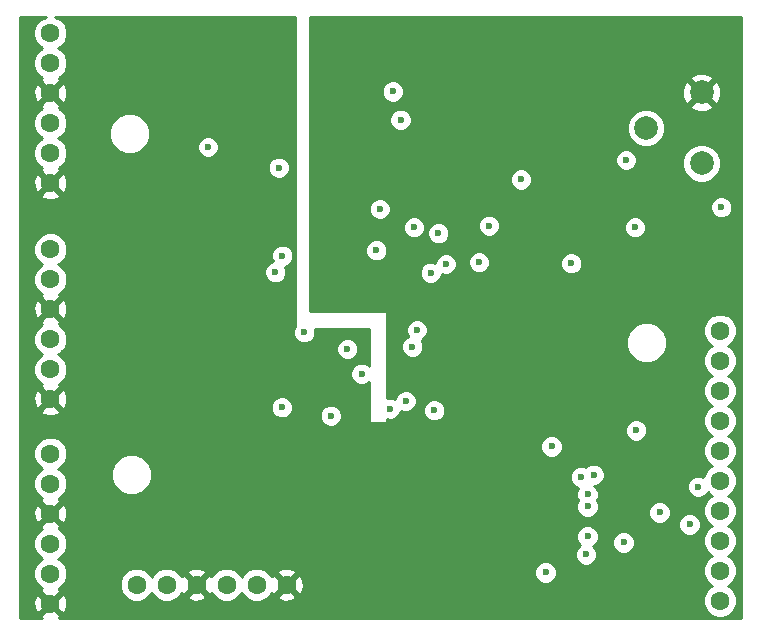
<source format=gbr>
G04 #@! TF.FileFunction,Copper,L3,Inr,Plane*
%FSLAX46Y46*%
G04 Gerber Fmt 4.6, Leading zero omitted, Abs format (unit mm)*
G04 Created by KiCad (PCBNEW 4.0.2-stable) date 3/8/2017 2:36:32 PM*
%MOMM*%
G01*
G04 APERTURE LIST*
%ADD10C,0.100000*%
%ADD11C,1.600000*%
%ADD12C,2.000000*%
%ADD13C,0.600000*%
%ADD14C,0.254000*%
G04 APERTURE END LIST*
D10*
D11*
X37000000Y-81800000D03*
X34460000Y-81800000D03*
X31920000Y-81800000D03*
X29380000Y-81800000D03*
X26840000Y-81800000D03*
X24300000Y-81800000D03*
X17000000Y-47800000D03*
X17000000Y-45260000D03*
X17000000Y-42720000D03*
X17000000Y-40180000D03*
X17000000Y-37640000D03*
X17000000Y-35100000D03*
X17000000Y-66100000D03*
X17000000Y-63560000D03*
X17000000Y-61020000D03*
X17000000Y-58480000D03*
X17000000Y-55940000D03*
X17000000Y-53400000D03*
X17000000Y-83400000D03*
X17000000Y-80860000D03*
X17000000Y-78320000D03*
X17000000Y-75780000D03*
X17000000Y-73240000D03*
X17000000Y-70700000D03*
X73700000Y-78080000D03*
X73700000Y-80620000D03*
X73700000Y-83160000D03*
X73700000Y-60300000D03*
X73700000Y-62840000D03*
X73700000Y-65380000D03*
X73700000Y-67920000D03*
X73700000Y-70460000D03*
X73700000Y-73000000D03*
X73700000Y-75540000D03*
D12*
X72136000Y-46132000D03*
X67436000Y-43132000D03*
X72136000Y-40132000D03*
D13*
X56850000Y-47500000D03*
X46000000Y-40050000D03*
X60150000Y-71250000D03*
X54600000Y-71250000D03*
X58750000Y-53700000D03*
X39850000Y-44250000D03*
X40600000Y-62000000D03*
X43600000Y-54500000D03*
X63100000Y-66750000D03*
X51650000Y-47650000D03*
X47250000Y-64550000D03*
X36350000Y-46500000D03*
X65750000Y-45850000D03*
X66500000Y-51550000D03*
X36600000Y-66800000D03*
X66600000Y-68750000D03*
X59436000Y-70104000D03*
X53300000Y-54500000D03*
X47100000Y-66250000D03*
X61100000Y-54600000D03*
X44600000Y-53500000D03*
X30350000Y-44750000D03*
X43350000Y-63950000D03*
X45750000Y-66900000D03*
X42150000Y-61850000D03*
X49500000Y-67050000D03*
X40750000Y-67500000D03*
X38500000Y-60450000D03*
X36050000Y-55350000D03*
X36650000Y-53950000D03*
X71120000Y-76708000D03*
X68580000Y-75692000D03*
X62484000Y-74168000D03*
X62350000Y-79250000D03*
X71850000Y-73500000D03*
X62484000Y-75184000D03*
X62484000Y-77724000D03*
X47800000Y-51550000D03*
X73800000Y-49850000D03*
X48050000Y-60250000D03*
X63000000Y-72500000D03*
X61900000Y-72700000D03*
X47650000Y-61650000D03*
X49200000Y-55400000D03*
X49850000Y-52050000D03*
X54150000Y-51400000D03*
X50500000Y-54650000D03*
X44900000Y-50000000D03*
X46650000Y-42450000D03*
X65532000Y-78232000D03*
X58928000Y-80772000D03*
D14*
G36*
X16188200Y-33882757D02*
X15784176Y-34286077D01*
X15565250Y-34813309D01*
X15564752Y-35384187D01*
X15782757Y-35911800D01*
X16186077Y-36315824D01*
X16316215Y-36369862D01*
X16188200Y-36422757D01*
X15784176Y-36826077D01*
X15565250Y-37353309D01*
X15564752Y-37924187D01*
X15782757Y-38451800D01*
X16186077Y-38855824D01*
X16300768Y-38903448D01*
X16245995Y-38926136D01*
X16171861Y-39172255D01*
X17000000Y-40000395D01*
X17828139Y-39172255D01*
X17754005Y-38926136D01*
X17695746Y-38905195D01*
X17811800Y-38857243D01*
X18215824Y-38453923D01*
X18434750Y-37926691D01*
X18435248Y-37355813D01*
X18217243Y-36828200D01*
X17813923Y-36424176D01*
X17683785Y-36370138D01*
X17811800Y-36317243D01*
X18215824Y-35913923D01*
X18434750Y-35386691D01*
X18435248Y-34815813D01*
X18217243Y-34288200D01*
X17813923Y-33884176D01*
X17382420Y-33705000D01*
X37723000Y-33705000D01*
X37723000Y-59904507D01*
X37707808Y-59919673D01*
X37565162Y-60263201D01*
X37564838Y-60635167D01*
X37706883Y-60978943D01*
X37969673Y-61242192D01*
X38313201Y-61384838D01*
X38685167Y-61385162D01*
X39028943Y-61243117D01*
X39292192Y-60980327D01*
X39434838Y-60636799D01*
X39435162Y-60264833D01*
X39378211Y-60127000D01*
X43973000Y-60127000D01*
X43973000Y-63250643D01*
X43880327Y-63157808D01*
X43536799Y-63015162D01*
X43164833Y-63014838D01*
X42821057Y-63156883D01*
X42557808Y-63419673D01*
X42415162Y-63763201D01*
X42414838Y-64135167D01*
X42556883Y-64478943D01*
X42819673Y-64742192D01*
X43163201Y-64884838D01*
X43535167Y-64885162D01*
X43878943Y-64743117D01*
X43973000Y-64649224D01*
X43973000Y-67975000D01*
X43983006Y-68024410D01*
X44011447Y-68066035D01*
X44053841Y-68093315D01*
X44100000Y-68102000D01*
X45350000Y-68102000D01*
X45399410Y-68091994D01*
X45441035Y-68063553D01*
X45468315Y-68021159D01*
X45477000Y-67975000D01*
X45477000Y-67799044D01*
X45563201Y-67834838D01*
X45935167Y-67835162D01*
X46278943Y-67693117D01*
X46542192Y-67430327D01*
X46623230Y-67235167D01*
X48564838Y-67235167D01*
X48706883Y-67578943D01*
X48969673Y-67842192D01*
X49313201Y-67984838D01*
X49685167Y-67985162D01*
X50028943Y-67843117D01*
X50292192Y-67580327D01*
X50434838Y-67236799D01*
X50435162Y-66864833D01*
X50293117Y-66521057D01*
X50030327Y-66257808D01*
X49686799Y-66115162D01*
X49314833Y-66114838D01*
X48971057Y-66256883D01*
X48707808Y-66519673D01*
X48565162Y-66863201D01*
X48564838Y-67235167D01*
X46623230Y-67235167D01*
X46683700Y-67089540D01*
X46913201Y-67184838D01*
X47285167Y-67185162D01*
X47628943Y-67043117D01*
X47892192Y-66780327D01*
X48034838Y-66436799D01*
X48035162Y-66064833D01*
X47893117Y-65721057D01*
X47630327Y-65457808D01*
X47286799Y-65315162D01*
X46914833Y-65314838D01*
X46571057Y-65456883D01*
X46307808Y-65719673D01*
X46166300Y-66060460D01*
X45936799Y-65965162D01*
X45564833Y-65964838D01*
X45477000Y-66001130D01*
X45477000Y-61835167D01*
X46714838Y-61835167D01*
X46856883Y-62178943D01*
X47119673Y-62442192D01*
X47463201Y-62584838D01*
X47835167Y-62585162D01*
X48178943Y-62443117D01*
X48442192Y-62180327D01*
X48584838Y-61836799D01*
X48584980Y-61673599D01*
X65744699Y-61673599D01*
X66008281Y-62311515D01*
X66495918Y-62800004D01*
X67133373Y-63064699D01*
X67823599Y-63065301D01*
X68461515Y-62801719D01*
X68950004Y-62314082D01*
X69214699Y-61676627D01*
X69215301Y-60986401D01*
X68951719Y-60348485D01*
X68464082Y-59859996D01*
X67826627Y-59595301D01*
X67136401Y-59594699D01*
X66498485Y-59858281D01*
X66009996Y-60345918D01*
X65745301Y-60983373D01*
X65744699Y-61673599D01*
X48584980Y-61673599D01*
X48585162Y-61464833D01*
X48443117Y-61121057D01*
X48427697Y-61105610D01*
X48578943Y-61043117D01*
X48842192Y-60780327D01*
X48984838Y-60436799D01*
X48985162Y-60064833D01*
X48843117Y-59721057D01*
X48580327Y-59457808D01*
X48236799Y-59315162D01*
X47864833Y-59314838D01*
X47521057Y-59456883D01*
X47257808Y-59719673D01*
X47115162Y-60063201D01*
X47114838Y-60435167D01*
X47256883Y-60778943D01*
X47272303Y-60794390D01*
X47121057Y-60856883D01*
X46857808Y-61119673D01*
X46715162Y-61463201D01*
X46714838Y-61835167D01*
X45477000Y-61835167D01*
X45477000Y-58750000D01*
X45466994Y-58700590D01*
X45438553Y-58658965D01*
X45396159Y-58631685D01*
X45350000Y-58623000D01*
X38977000Y-58623000D01*
X38977000Y-55585167D01*
X48264838Y-55585167D01*
X48406883Y-55928943D01*
X48669673Y-56192192D01*
X49013201Y-56334838D01*
X49385167Y-56335162D01*
X49728943Y-56193117D01*
X49992192Y-55930327D01*
X50134838Y-55586799D01*
X50134904Y-55510802D01*
X50313201Y-55584838D01*
X50685167Y-55585162D01*
X51028943Y-55443117D01*
X51292192Y-55180327D01*
X51434838Y-54836799D01*
X51434970Y-54685167D01*
X52364838Y-54685167D01*
X52506883Y-55028943D01*
X52769673Y-55292192D01*
X53113201Y-55434838D01*
X53485167Y-55435162D01*
X53828943Y-55293117D01*
X54092192Y-55030327D01*
X54193991Y-54785167D01*
X60164838Y-54785167D01*
X60306883Y-55128943D01*
X60569673Y-55392192D01*
X60913201Y-55534838D01*
X61285167Y-55535162D01*
X61628943Y-55393117D01*
X61892192Y-55130327D01*
X62034838Y-54786799D01*
X62035162Y-54414833D01*
X61893117Y-54071057D01*
X61630327Y-53807808D01*
X61286799Y-53665162D01*
X60914833Y-53664838D01*
X60571057Y-53806883D01*
X60307808Y-54069673D01*
X60165162Y-54413201D01*
X60164838Y-54785167D01*
X54193991Y-54785167D01*
X54234838Y-54686799D01*
X54235162Y-54314833D01*
X54093117Y-53971057D01*
X53830327Y-53707808D01*
X53486799Y-53565162D01*
X53114833Y-53564838D01*
X52771057Y-53706883D01*
X52507808Y-53969673D01*
X52365162Y-54313201D01*
X52364838Y-54685167D01*
X51434970Y-54685167D01*
X51435162Y-54464833D01*
X51293117Y-54121057D01*
X51030327Y-53857808D01*
X50686799Y-53715162D01*
X50314833Y-53714838D01*
X49971057Y-53856883D01*
X49707808Y-54119673D01*
X49565162Y-54463201D01*
X49565096Y-54539198D01*
X49386799Y-54465162D01*
X49014833Y-54464838D01*
X48671057Y-54606883D01*
X48407808Y-54869673D01*
X48265162Y-55213201D01*
X48264838Y-55585167D01*
X38977000Y-55585167D01*
X38977000Y-53685167D01*
X43664838Y-53685167D01*
X43806883Y-54028943D01*
X44069673Y-54292192D01*
X44413201Y-54434838D01*
X44785167Y-54435162D01*
X45128943Y-54293117D01*
X45392192Y-54030327D01*
X45534838Y-53686799D01*
X45535162Y-53314833D01*
X45393117Y-52971057D01*
X45130327Y-52707808D01*
X44786799Y-52565162D01*
X44414833Y-52564838D01*
X44071057Y-52706883D01*
X43807808Y-52969673D01*
X43665162Y-53313201D01*
X43664838Y-53685167D01*
X38977000Y-53685167D01*
X38977000Y-51735167D01*
X46864838Y-51735167D01*
X47006883Y-52078943D01*
X47269673Y-52342192D01*
X47613201Y-52484838D01*
X47985167Y-52485162D01*
X48328943Y-52343117D01*
X48437081Y-52235167D01*
X48914838Y-52235167D01*
X49056883Y-52578943D01*
X49319673Y-52842192D01*
X49663201Y-52984838D01*
X50035167Y-52985162D01*
X50378943Y-52843117D01*
X50642192Y-52580327D01*
X50784838Y-52236799D01*
X50785162Y-51864833D01*
X50669607Y-51585167D01*
X53214838Y-51585167D01*
X53356883Y-51928943D01*
X53619673Y-52192192D01*
X53963201Y-52334838D01*
X54335167Y-52335162D01*
X54678943Y-52193117D01*
X54942192Y-51930327D01*
X55023229Y-51735167D01*
X65564838Y-51735167D01*
X65706883Y-52078943D01*
X65969673Y-52342192D01*
X66313201Y-52484838D01*
X66685167Y-52485162D01*
X67028943Y-52343117D01*
X67292192Y-52080327D01*
X67434838Y-51736799D01*
X67435162Y-51364833D01*
X67293117Y-51021057D01*
X67030327Y-50757808D01*
X66686799Y-50615162D01*
X66314833Y-50614838D01*
X65971057Y-50756883D01*
X65707808Y-51019673D01*
X65565162Y-51363201D01*
X65564838Y-51735167D01*
X55023229Y-51735167D01*
X55084838Y-51586799D01*
X55085162Y-51214833D01*
X54943117Y-50871057D01*
X54680327Y-50607808D01*
X54336799Y-50465162D01*
X53964833Y-50464838D01*
X53621057Y-50606883D01*
X53357808Y-50869673D01*
X53215162Y-51213201D01*
X53214838Y-51585167D01*
X50669607Y-51585167D01*
X50643117Y-51521057D01*
X50380327Y-51257808D01*
X50036799Y-51115162D01*
X49664833Y-51114838D01*
X49321057Y-51256883D01*
X49057808Y-51519673D01*
X48915162Y-51863201D01*
X48914838Y-52235167D01*
X48437081Y-52235167D01*
X48592192Y-52080327D01*
X48734838Y-51736799D01*
X48735162Y-51364833D01*
X48593117Y-51021057D01*
X48330327Y-50757808D01*
X47986799Y-50615162D01*
X47614833Y-50614838D01*
X47271057Y-50756883D01*
X47007808Y-51019673D01*
X46865162Y-51363201D01*
X46864838Y-51735167D01*
X38977000Y-51735167D01*
X38977000Y-50185167D01*
X43964838Y-50185167D01*
X44106883Y-50528943D01*
X44369673Y-50792192D01*
X44713201Y-50934838D01*
X45085167Y-50935162D01*
X45428943Y-50793117D01*
X45692192Y-50530327D01*
X45834838Y-50186799D01*
X45834970Y-50035167D01*
X72864838Y-50035167D01*
X73006883Y-50378943D01*
X73269673Y-50642192D01*
X73613201Y-50784838D01*
X73985167Y-50785162D01*
X74328943Y-50643117D01*
X74592192Y-50380327D01*
X74734838Y-50036799D01*
X74735162Y-49664833D01*
X74593117Y-49321057D01*
X74330327Y-49057808D01*
X73986799Y-48915162D01*
X73614833Y-48914838D01*
X73271057Y-49056883D01*
X73007808Y-49319673D01*
X72865162Y-49663201D01*
X72864838Y-50035167D01*
X45834970Y-50035167D01*
X45835162Y-49814833D01*
X45693117Y-49471057D01*
X45430327Y-49207808D01*
X45086799Y-49065162D01*
X44714833Y-49064838D01*
X44371057Y-49206883D01*
X44107808Y-49469673D01*
X43965162Y-49813201D01*
X43964838Y-50185167D01*
X38977000Y-50185167D01*
X38977000Y-47685167D01*
X55914838Y-47685167D01*
X56056883Y-48028943D01*
X56319673Y-48292192D01*
X56663201Y-48434838D01*
X57035167Y-48435162D01*
X57378943Y-48293117D01*
X57642192Y-48030327D01*
X57784838Y-47686799D01*
X57785162Y-47314833D01*
X57643117Y-46971057D01*
X57380327Y-46707808D01*
X57036799Y-46565162D01*
X56664833Y-46564838D01*
X56321057Y-46706883D01*
X56057808Y-46969673D01*
X55915162Y-47313201D01*
X55914838Y-47685167D01*
X38977000Y-47685167D01*
X38977000Y-46035167D01*
X64814838Y-46035167D01*
X64956883Y-46378943D01*
X65219673Y-46642192D01*
X65563201Y-46784838D01*
X65935167Y-46785162D01*
X66278943Y-46643117D01*
X66466592Y-46455795D01*
X70500716Y-46455795D01*
X70749106Y-47056943D01*
X71208637Y-47517278D01*
X71809352Y-47766716D01*
X72459795Y-47767284D01*
X73060943Y-47518894D01*
X73521278Y-47059363D01*
X73770716Y-46458648D01*
X73771284Y-45808205D01*
X73522894Y-45207057D01*
X73063363Y-44746722D01*
X72462648Y-44497284D01*
X71812205Y-44496716D01*
X71211057Y-44745106D01*
X70750722Y-45204637D01*
X70501284Y-45805352D01*
X70500716Y-46455795D01*
X66466592Y-46455795D01*
X66542192Y-46380327D01*
X66684838Y-46036799D01*
X66685162Y-45664833D01*
X66543117Y-45321057D01*
X66280327Y-45057808D01*
X65936799Y-44915162D01*
X65564833Y-44914838D01*
X65221057Y-45056883D01*
X64957808Y-45319673D01*
X64815162Y-45663201D01*
X64814838Y-46035167D01*
X38977000Y-46035167D01*
X38977000Y-43455795D01*
X65800716Y-43455795D01*
X66049106Y-44056943D01*
X66508637Y-44517278D01*
X67109352Y-44766716D01*
X67759795Y-44767284D01*
X68360943Y-44518894D01*
X68821278Y-44059363D01*
X69070716Y-43458648D01*
X69071284Y-42808205D01*
X68822894Y-42207057D01*
X68363363Y-41746722D01*
X67762648Y-41497284D01*
X67112205Y-41496716D01*
X66511057Y-41745106D01*
X66050722Y-42204637D01*
X65801284Y-42805352D01*
X65800716Y-43455795D01*
X38977000Y-43455795D01*
X38977000Y-42635167D01*
X45714838Y-42635167D01*
X45856883Y-42978943D01*
X46119673Y-43242192D01*
X46463201Y-43384838D01*
X46835167Y-43385162D01*
X47178943Y-43243117D01*
X47442192Y-42980327D01*
X47584838Y-42636799D01*
X47585162Y-42264833D01*
X47443117Y-41921057D01*
X47180327Y-41657808D01*
X46836799Y-41515162D01*
X46464833Y-41514838D01*
X46121057Y-41656883D01*
X45857808Y-41919673D01*
X45715162Y-42263201D01*
X45714838Y-42635167D01*
X38977000Y-42635167D01*
X38977000Y-41284532D01*
X71163073Y-41284532D01*
X71261736Y-41551387D01*
X71871461Y-41777908D01*
X72521460Y-41753856D01*
X73010264Y-41551387D01*
X73108927Y-41284532D01*
X72136000Y-40311605D01*
X71163073Y-41284532D01*
X38977000Y-41284532D01*
X38977000Y-40235167D01*
X45064838Y-40235167D01*
X45206883Y-40578943D01*
X45469673Y-40842192D01*
X45813201Y-40984838D01*
X46185167Y-40985162D01*
X46528943Y-40843117D01*
X46792192Y-40580327D01*
X46934838Y-40236799D01*
X46935159Y-39867461D01*
X70490092Y-39867461D01*
X70514144Y-40517460D01*
X70716613Y-41006264D01*
X70983468Y-41104927D01*
X71956395Y-40132000D01*
X72315605Y-40132000D01*
X73288532Y-41104927D01*
X73555387Y-41006264D01*
X73781908Y-40396539D01*
X73757856Y-39746540D01*
X73555387Y-39257736D01*
X73288532Y-39159073D01*
X72315605Y-40132000D01*
X71956395Y-40132000D01*
X70983468Y-39159073D01*
X70716613Y-39257736D01*
X70490092Y-39867461D01*
X46935159Y-39867461D01*
X46935162Y-39864833D01*
X46793117Y-39521057D01*
X46530327Y-39257808D01*
X46186799Y-39115162D01*
X45814833Y-39114838D01*
X45471057Y-39256883D01*
X45207808Y-39519673D01*
X45065162Y-39863201D01*
X45064838Y-40235167D01*
X38977000Y-40235167D01*
X38977000Y-38979468D01*
X71163073Y-38979468D01*
X72136000Y-39952395D01*
X73108927Y-38979468D01*
X73010264Y-38712613D01*
X72400539Y-38486092D01*
X71750540Y-38510144D01*
X71261736Y-38712613D01*
X71163073Y-38979468D01*
X38977000Y-38979468D01*
X38977000Y-33705000D01*
X75473000Y-33705000D01*
X75473000Y-84659000D01*
X17741606Y-84659000D01*
X17754005Y-84653864D01*
X17828139Y-84407745D01*
X17000000Y-83579605D01*
X16171861Y-84407745D01*
X16245995Y-84653864D01*
X16260284Y-84659000D01*
X14401000Y-84659000D01*
X14401000Y-83183223D01*
X15553035Y-83183223D01*
X15580222Y-83753454D01*
X15746136Y-84154005D01*
X15992255Y-84228139D01*
X16820395Y-83400000D01*
X17179605Y-83400000D01*
X18007745Y-84228139D01*
X18253864Y-84154005D01*
X18446965Y-83616777D01*
X18419778Y-83046546D01*
X18253864Y-82645995D01*
X18007745Y-82571861D01*
X17179605Y-83400000D01*
X16820395Y-83400000D01*
X15992255Y-82571861D01*
X15746136Y-82645995D01*
X15553035Y-83183223D01*
X14401000Y-83183223D01*
X14401000Y-78604187D01*
X15564752Y-78604187D01*
X15782757Y-79131800D01*
X16186077Y-79535824D01*
X16316215Y-79589862D01*
X16188200Y-79642757D01*
X15784176Y-80046077D01*
X15565250Y-80573309D01*
X15564752Y-81144187D01*
X15782757Y-81671800D01*
X16186077Y-82075824D01*
X16300768Y-82123448D01*
X16245995Y-82146136D01*
X16171861Y-82392255D01*
X17000000Y-83220395D01*
X17828139Y-82392255D01*
X17754005Y-82146136D01*
X17695746Y-82125195D01*
X17794994Y-82084187D01*
X22864752Y-82084187D01*
X23082757Y-82611800D01*
X23486077Y-83015824D01*
X24013309Y-83234750D01*
X24584187Y-83235248D01*
X25111800Y-83017243D01*
X25515824Y-82613923D01*
X25569862Y-82483785D01*
X25622757Y-82611800D01*
X26026077Y-83015824D01*
X26553309Y-83234750D01*
X27124187Y-83235248D01*
X27651800Y-83017243D01*
X27861663Y-82807745D01*
X28551861Y-82807745D01*
X28625995Y-83053864D01*
X29163223Y-83246965D01*
X29733454Y-83219778D01*
X30134005Y-83053864D01*
X30208139Y-82807745D01*
X29380000Y-81979605D01*
X28551861Y-82807745D01*
X27861663Y-82807745D01*
X28055824Y-82613923D01*
X28103448Y-82499232D01*
X28126136Y-82554005D01*
X28372255Y-82628139D01*
X29200395Y-81800000D01*
X29559605Y-81800000D01*
X30387745Y-82628139D01*
X30633864Y-82554005D01*
X30654805Y-82495746D01*
X30702757Y-82611800D01*
X31106077Y-83015824D01*
X31633309Y-83234750D01*
X32204187Y-83235248D01*
X32731800Y-83017243D01*
X33135824Y-82613923D01*
X33189862Y-82483785D01*
X33242757Y-82611800D01*
X33646077Y-83015824D01*
X34173309Y-83234750D01*
X34744187Y-83235248D01*
X35271800Y-83017243D01*
X35481663Y-82807745D01*
X36171861Y-82807745D01*
X36245995Y-83053864D01*
X36783223Y-83246965D01*
X37353454Y-83219778D01*
X37754005Y-83053864D01*
X37828139Y-82807745D01*
X37000000Y-81979605D01*
X36171861Y-82807745D01*
X35481663Y-82807745D01*
X35675824Y-82613923D01*
X35723448Y-82499232D01*
X35746136Y-82554005D01*
X35992255Y-82628139D01*
X36820395Y-81800000D01*
X37179605Y-81800000D01*
X38007745Y-82628139D01*
X38253864Y-82554005D01*
X38446965Y-82016777D01*
X38419778Y-81446546D01*
X38253864Y-81045995D01*
X38007745Y-80971861D01*
X37179605Y-81800000D01*
X36820395Y-81800000D01*
X35992255Y-80971861D01*
X35746136Y-81045995D01*
X35725195Y-81104254D01*
X35677243Y-80988200D01*
X35481640Y-80792255D01*
X36171861Y-80792255D01*
X37000000Y-81620395D01*
X37663227Y-80957167D01*
X57992838Y-80957167D01*
X58134883Y-81300943D01*
X58397673Y-81564192D01*
X58741201Y-81706838D01*
X59113167Y-81707162D01*
X59456943Y-81565117D01*
X59720192Y-81302327D01*
X59862838Y-80958799D01*
X59863162Y-80586833D01*
X59721117Y-80243057D01*
X59458327Y-79979808D01*
X59114799Y-79837162D01*
X58742833Y-79836838D01*
X58399057Y-79978883D01*
X58135808Y-80241673D01*
X57993162Y-80585201D01*
X57992838Y-80957167D01*
X37663227Y-80957167D01*
X37828139Y-80792255D01*
X37754005Y-80546136D01*
X37216777Y-80353035D01*
X36646546Y-80380222D01*
X36245995Y-80546136D01*
X36171861Y-80792255D01*
X35481640Y-80792255D01*
X35273923Y-80584176D01*
X34746691Y-80365250D01*
X34175813Y-80364752D01*
X33648200Y-80582757D01*
X33244176Y-80986077D01*
X33190138Y-81116215D01*
X33137243Y-80988200D01*
X32733923Y-80584176D01*
X32206691Y-80365250D01*
X31635813Y-80364752D01*
X31108200Y-80582757D01*
X30704176Y-80986077D01*
X30656552Y-81100768D01*
X30633864Y-81045995D01*
X30387745Y-80971861D01*
X29559605Y-81800000D01*
X29200395Y-81800000D01*
X28372255Y-80971861D01*
X28126136Y-81045995D01*
X28105195Y-81104254D01*
X28057243Y-80988200D01*
X27861640Y-80792255D01*
X28551861Y-80792255D01*
X29380000Y-81620395D01*
X30208139Y-80792255D01*
X30134005Y-80546136D01*
X29596777Y-80353035D01*
X29026546Y-80380222D01*
X28625995Y-80546136D01*
X28551861Y-80792255D01*
X27861640Y-80792255D01*
X27653923Y-80584176D01*
X27126691Y-80365250D01*
X26555813Y-80364752D01*
X26028200Y-80582757D01*
X25624176Y-80986077D01*
X25570138Y-81116215D01*
X25517243Y-80988200D01*
X25113923Y-80584176D01*
X24586691Y-80365250D01*
X24015813Y-80364752D01*
X23488200Y-80582757D01*
X23084176Y-80986077D01*
X22865250Y-81513309D01*
X22864752Y-82084187D01*
X17794994Y-82084187D01*
X17811800Y-82077243D01*
X18215824Y-81673923D01*
X18434750Y-81146691D01*
X18435248Y-80575813D01*
X18217243Y-80048200D01*
X17813923Y-79644176D01*
X17683785Y-79590138D01*
X17811800Y-79537243D01*
X17914054Y-79435167D01*
X61414838Y-79435167D01*
X61556883Y-79778943D01*
X61819673Y-80042192D01*
X62163201Y-80184838D01*
X62535167Y-80185162D01*
X62878943Y-80043117D01*
X63142192Y-79780327D01*
X63284838Y-79436799D01*
X63285162Y-79064833D01*
X63143117Y-78721057D01*
X62960970Y-78538592D01*
X63012943Y-78517117D01*
X63113067Y-78417167D01*
X64596838Y-78417167D01*
X64738883Y-78760943D01*
X65001673Y-79024192D01*
X65345201Y-79166838D01*
X65717167Y-79167162D01*
X66060943Y-79025117D01*
X66324192Y-78762327D01*
X66466838Y-78418799D01*
X66467162Y-78046833D01*
X66325117Y-77703057D01*
X66062327Y-77439808D01*
X65718799Y-77297162D01*
X65346833Y-77296838D01*
X65003057Y-77438883D01*
X64739808Y-77701673D01*
X64597162Y-78045201D01*
X64596838Y-78417167D01*
X63113067Y-78417167D01*
X63276192Y-78254327D01*
X63418838Y-77910799D01*
X63419162Y-77538833D01*
X63277117Y-77195057D01*
X63014327Y-76931808D01*
X62921270Y-76893167D01*
X70184838Y-76893167D01*
X70326883Y-77236943D01*
X70589673Y-77500192D01*
X70933201Y-77642838D01*
X71305167Y-77643162D01*
X71648943Y-77501117D01*
X71912192Y-77238327D01*
X72054838Y-76894799D01*
X72055162Y-76522833D01*
X71913117Y-76179057D01*
X71650327Y-75915808D01*
X71306799Y-75773162D01*
X70934833Y-75772838D01*
X70591057Y-75914883D01*
X70327808Y-76177673D01*
X70185162Y-76521201D01*
X70184838Y-76893167D01*
X62921270Y-76893167D01*
X62670799Y-76789162D01*
X62298833Y-76788838D01*
X61955057Y-76930883D01*
X61691808Y-77193673D01*
X61549162Y-77537201D01*
X61548838Y-77909167D01*
X61690883Y-78252943D01*
X61873030Y-78435408D01*
X61821057Y-78456883D01*
X61557808Y-78719673D01*
X61415162Y-79063201D01*
X61414838Y-79435167D01*
X17914054Y-79435167D01*
X18215824Y-79133923D01*
X18434750Y-78606691D01*
X18435248Y-78035813D01*
X18217243Y-77508200D01*
X17813923Y-77104176D01*
X17699232Y-77056552D01*
X17754005Y-77033864D01*
X17828139Y-76787745D01*
X17000000Y-75959605D01*
X16171861Y-76787745D01*
X16245995Y-77033864D01*
X16304254Y-77054805D01*
X16188200Y-77102757D01*
X15784176Y-77506077D01*
X15565250Y-78033309D01*
X15564752Y-78604187D01*
X14401000Y-78604187D01*
X14401000Y-75563223D01*
X15553035Y-75563223D01*
X15580222Y-76133454D01*
X15746136Y-76534005D01*
X15992255Y-76608139D01*
X16820395Y-75780000D01*
X17179605Y-75780000D01*
X18007745Y-76608139D01*
X18253864Y-76534005D01*
X18446965Y-75996777D01*
X18419778Y-75426546D01*
X18253864Y-75025995D01*
X18007745Y-74951861D01*
X17179605Y-75780000D01*
X16820395Y-75780000D01*
X15992255Y-74951861D01*
X15746136Y-75025995D01*
X15553035Y-75563223D01*
X14401000Y-75563223D01*
X14401000Y-70984187D01*
X15564752Y-70984187D01*
X15782757Y-71511800D01*
X16186077Y-71915824D01*
X16316215Y-71969862D01*
X16188200Y-72022757D01*
X15784176Y-72426077D01*
X15565250Y-72953309D01*
X15564752Y-73524187D01*
X15782757Y-74051800D01*
X16186077Y-74455824D01*
X16300768Y-74503448D01*
X16245995Y-74526136D01*
X16171861Y-74772255D01*
X17000000Y-75600395D01*
X17828139Y-74772255D01*
X17754005Y-74526136D01*
X17695746Y-74505195D01*
X17811800Y-74457243D01*
X18215824Y-74053923D01*
X18434750Y-73526691D01*
X18435248Y-72955813D01*
X18388883Y-72843599D01*
X22114699Y-72843599D01*
X22378281Y-73481515D01*
X22865918Y-73970004D01*
X23503373Y-74234699D01*
X24193599Y-74235301D01*
X24831515Y-73971719D01*
X25320004Y-73484082D01*
X25568695Y-72885167D01*
X60964838Y-72885167D01*
X61106883Y-73228943D01*
X61369673Y-73492192D01*
X61700098Y-73629397D01*
X61691808Y-73637673D01*
X61549162Y-73981201D01*
X61548838Y-74353167D01*
X61682383Y-74676371D01*
X61549162Y-74997201D01*
X61548838Y-75369167D01*
X61690883Y-75712943D01*
X61953673Y-75976192D01*
X62297201Y-76118838D01*
X62669167Y-76119162D01*
X63012943Y-75977117D01*
X63113067Y-75877167D01*
X67644838Y-75877167D01*
X67786883Y-76220943D01*
X68049673Y-76484192D01*
X68393201Y-76626838D01*
X68765167Y-76627162D01*
X69108943Y-76485117D01*
X69372192Y-76222327D01*
X69514838Y-75878799D01*
X69515162Y-75506833D01*
X69373117Y-75163057D01*
X69110327Y-74899808D01*
X68766799Y-74757162D01*
X68394833Y-74756838D01*
X68051057Y-74898883D01*
X67787808Y-75161673D01*
X67645162Y-75505201D01*
X67644838Y-75877167D01*
X63113067Y-75877167D01*
X63276192Y-75714327D01*
X63418838Y-75370799D01*
X63419162Y-74998833D01*
X63285617Y-74675629D01*
X63418838Y-74354799D01*
X63419162Y-73982833D01*
X63296170Y-73685167D01*
X70914838Y-73685167D01*
X71056883Y-74028943D01*
X71319673Y-74292192D01*
X71663201Y-74434838D01*
X72035167Y-74435162D01*
X72378943Y-74293117D01*
X72642192Y-74030327D01*
X72659439Y-73988791D01*
X72886077Y-74215824D01*
X73016215Y-74269862D01*
X72888200Y-74322757D01*
X72484176Y-74726077D01*
X72265250Y-75253309D01*
X72264752Y-75824187D01*
X72482757Y-76351800D01*
X72886077Y-76755824D01*
X73016215Y-76809862D01*
X72888200Y-76862757D01*
X72484176Y-77266077D01*
X72265250Y-77793309D01*
X72264752Y-78364187D01*
X72482757Y-78891800D01*
X72886077Y-79295824D01*
X73016215Y-79349862D01*
X72888200Y-79402757D01*
X72484176Y-79806077D01*
X72265250Y-80333309D01*
X72264752Y-80904187D01*
X72482757Y-81431800D01*
X72886077Y-81835824D01*
X73016215Y-81889862D01*
X72888200Y-81942757D01*
X72484176Y-82346077D01*
X72265250Y-82873309D01*
X72264752Y-83444187D01*
X72482757Y-83971800D01*
X72886077Y-84375824D01*
X73413309Y-84594750D01*
X73984187Y-84595248D01*
X74511800Y-84377243D01*
X74915824Y-83973923D01*
X75134750Y-83446691D01*
X75135248Y-82875813D01*
X74917243Y-82348200D01*
X74513923Y-81944176D01*
X74383785Y-81890138D01*
X74511800Y-81837243D01*
X74915824Y-81433923D01*
X75134750Y-80906691D01*
X75135248Y-80335813D01*
X74917243Y-79808200D01*
X74513923Y-79404176D01*
X74383785Y-79350138D01*
X74511800Y-79297243D01*
X74915824Y-78893923D01*
X75134750Y-78366691D01*
X75135248Y-77795813D01*
X74917243Y-77268200D01*
X74513923Y-76864176D01*
X74383785Y-76810138D01*
X74511800Y-76757243D01*
X74915824Y-76353923D01*
X75134750Y-75826691D01*
X75135248Y-75255813D01*
X74917243Y-74728200D01*
X74513923Y-74324176D01*
X74383785Y-74270138D01*
X74511800Y-74217243D01*
X74915824Y-73813923D01*
X75134750Y-73286691D01*
X75135248Y-72715813D01*
X74917243Y-72188200D01*
X74513923Y-71784176D01*
X74383785Y-71730138D01*
X74511800Y-71677243D01*
X74915824Y-71273923D01*
X75134750Y-70746691D01*
X75135248Y-70175813D01*
X74917243Y-69648200D01*
X74513923Y-69244176D01*
X74383785Y-69190138D01*
X74511800Y-69137243D01*
X74915824Y-68733923D01*
X75134750Y-68206691D01*
X75135248Y-67635813D01*
X74917243Y-67108200D01*
X74513923Y-66704176D01*
X74383785Y-66650138D01*
X74511800Y-66597243D01*
X74915824Y-66193923D01*
X75134750Y-65666691D01*
X75135248Y-65095813D01*
X74917243Y-64568200D01*
X74513923Y-64164176D01*
X74383785Y-64110138D01*
X74511800Y-64057243D01*
X74915824Y-63653923D01*
X75134750Y-63126691D01*
X75135248Y-62555813D01*
X74917243Y-62028200D01*
X74513923Y-61624176D01*
X74383785Y-61570138D01*
X74511800Y-61517243D01*
X74915824Y-61113923D01*
X75134750Y-60586691D01*
X75135248Y-60015813D01*
X74917243Y-59488200D01*
X74513923Y-59084176D01*
X73986691Y-58865250D01*
X73415813Y-58864752D01*
X72888200Y-59082757D01*
X72484176Y-59486077D01*
X72265250Y-60013309D01*
X72264752Y-60584187D01*
X72482757Y-61111800D01*
X72886077Y-61515824D01*
X73016215Y-61569862D01*
X72888200Y-61622757D01*
X72484176Y-62026077D01*
X72265250Y-62553309D01*
X72264752Y-63124187D01*
X72482757Y-63651800D01*
X72886077Y-64055824D01*
X73016215Y-64109862D01*
X72888200Y-64162757D01*
X72484176Y-64566077D01*
X72265250Y-65093309D01*
X72264752Y-65664187D01*
X72482757Y-66191800D01*
X72886077Y-66595824D01*
X73016215Y-66649862D01*
X72888200Y-66702757D01*
X72484176Y-67106077D01*
X72265250Y-67633309D01*
X72264752Y-68204187D01*
X72482757Y-68731800D01*
X72886077Y-69135824D01*
X73016215Y-69189862D01*
X72888200Y-69242757D01*
X72484176Y-69646077D01*
X72265250Y-70173309D01*
X72264752Y-70744187D01*
X72482757Y-71271800D01*
X72886077Y-71675824D01*
X73016215Y-71729862D01*
X72888200Y-71782757D01*
X72484176Y-72186077D01*
X72284122Y-72667860D01*
X72036799Y-72565162D01*
X71664833Y-72564838D01*
X71321057Y-72706883D01*
X71057808Y-72969673D01*
X70915162Y-73313201D01*
X70914838Y-73685167D01*
X63296170Y-73685167D01*
X63277117Y-73639057D01*
X63073480Y-73435065D01*
X63185167Y-73435162D01*
X63528943Y-73293117D01*
X63792192Y-73030327D01*
X63934838Y-72686799D01*
X63935162Y-72314833D01*
X63793117Y-71971057D01*
X63530327Y-71707808D01*
X63186799Y-71565162D01*
X62814833Y-71564838D01*
X62471057Y-71706883D01*
X62316944Y-71860727D01*
X62086799Y-71765162D01*
X61714833Y-71764838D01*
X61371057Y-71906883D01*
X61107808Y-72169673D01*
X60965162Y-72513201D01*
X60964838Y-72885167D01*
X25568695Y-72885167D01*
X25584699Y-72846627D01*
X25585301Y-72156401D01*
X25321719Y-71518485D01*
X24834082Y-71029996D01*
X24196627Y-70765301D01*
X23506401Y-70764699D01*
X22868485Y-71028281D01*
X22379996Y-71515918D01*
X22115301Y-72153373D01*
X22114699Y-72843599D01*
X18388883Y-72843599D01*
X18217243Y-72428200D01*
X17813923Y-72024176D01*
X17683785Y-71970138D01*
X17811800Y-71917243D01*
X18215824Y-71513923D01*
X18434750Y-70986691D01*
X18435248Y-70415813D01*
X18382919Y-70289167D01*
X58500838Y-70289167D01*
X58642883Y-70632943D01*
X58905673Y-70896192D01*
X59249201Y-71038838D01*
X59621167Y-71039162D01*
X59964943Y-70897117D01*
X60228192Y-70634327D01*
X60370838Y-70290799D01*
X60371162Y-69918833D01*
X60229117Y-69575057D01*
X59966327Y-69311808D01*
X59622799Y-69169162D01*
X59250833Y-69168838D01*
X58907057Y-69310883D01*
X58643808Y-69573673D01*
X58501162Y-69917201D01*
X58500838Y-70289167D01*
X18382919Y-70289167D01*
X18217243Y-69888200D01*
X17813923Y-69484176D01*
X17286691Y-69265250D01*
X16715813Y-69264752D01*
X16188200Y-69482757D01*
X15784176Y-69886077D01*
X15565250Y-70413309D01*
X15564752Y-70984187D01*
X14401000Y-70984187D01*
X14401000Y-68935167D01*
X65664838Y-68935167D01*
X65806883Y-69278943D01*
X66069673Y-69542192D01*
X66413201Y-69684838D01*
X66785167Y-69685162D01*
X67128943Y-69543117D01*
X67392192Y-69280327D01*
X67534838Y-68936799D01*
X67535162Y-68564833D01*
X67393117Y-68221057D01*
X67130327Y-67957808D01*
X66786799Y-67815162D01*
X66414833Y-67814838D01*
X66071057Y-67956883D01*
X65807808Y-68219673D01*
X65665162Y-68563201D01*
X65664838Y-68935167D01*
X14401000Y-68935167D01*
X14401000Y-67107745D01*
X16171861Y-67107745D01*
X16245995Y-67353864D01*
X16783223Y-67546965D01*
X17353454Y-67519778D01*
X17754005Y-67353864D01*
X17828139Y-67107745D01*
X17705562Y-66985167D01*
X35664838Y-66985167D01*
X35806883Y-67328943D01*
X36069673Y-67592192D01*
X36413201Y-67734838D01*
X36785167Y-67735162D01*
X36906164Y-67685167D01*
X39814838Y-67685167D01*
X39956883Y-68028943D01*
X40219673Y-68292192D01*
X40563201Y-68434838D01*
X40935167Y-68435162D01*
X41278943Y-68293117D01*
X41542192Y-68030327D01*
X41684838Y-67686799D01*
X41685162Y-67314833D01*
X41543117Y-66971057D01*
X41280327Y-66707808D01*
X40936799Y-66565162D01*
X40564833Y-66564838D01*
X40221057Y-66706883D01*
X39957808Y-66969673D01*
X39815162Y-67313201D01*
X39814838Y-67685167D01*
X36906164Y-67685167D01*
X37128943Y-67593117D01*
X37392192Y-67330327D01*
X37534838Y-66986799D01*
X37535162Y-66614833D01*
X37393117Y-66271057D01*
X37130327Y-66007808D01*
X36786799Y-65865162D01*
X36414833Y-65864838D01*
X36071057Y-66006883D01*
X35807808Y-66269673D01*
X35665162Y-66613201D01*
X35664838Y-66985167D01*
X17705562Y-66985167D01*
X17000000Y-66279605D01*
X16171861Y-67107745D01*
X14401000Y-67107745D01*
X14401000Y-65883223D01*
X15553035Y-65883223D01*
X15580222Y-66453454D01*
X15746136Y-66854005D01*
X15992255Y-66928139D01*
X16820395Y-66100000D01*
X17179605Y-66100000D01*
X18007745Y-66928139D01*
X18253864Y-66854005D01*
X18446965Y-66316777D01*
X18419778Y-65746546D01*
X18253864Y-65345995D01*
X18007745Y-65271861D01*
X17179605Y-66100000D01*
X16820395Y-66100000D01*
X15992255Y-65271861D01*
X15746136Y-65345995D01*
X15553035Y-65883223D01*
X14401000Y-65883223D01*
X14401000Y-61304187D01*
X15564752Y-61304187D01*
X15782757Y-61831800D01*
X16186077Y-62235824D01*
X16316215Y-62289862D01*
X16188200Y-62342757D01*
X15784176Y-62746077D01*
X15565250Y-63273309D01*
X15564752Y-63844187D01*
X15782757Y-64371800D01*
X16186077Y-64775824D01*
X16300768Y-64823448D01*
X16245995Y-64846136D01*
X16171861Y-65092255D01*
X17000000Y-65920395D01*
X17828139Y-65092255D01*
X17754005Y-64846136D01*
X17695746Y-64825195D01*
X17811800Y-64777243D01*
X18215824Y-64373923D01*
X18434750Y-63846691D01*
X18435248Y-63275813D01*
X18217243Y-62748200D01*
X17813923Y-62344176D01*
X17683785Y-62290138D01*
X17811800Y-62237243D01*
X18014228Y-62035167D01*
X41214838Y-62035167D01*
X41356883Y-62378943D01*
X41619673Y-62642192D01*
X41963201Y-62784838D01*
X42335167Y-62785162D01*
X42678943Y-62643117D01*
X42942192Y-62380327D01*
X43084838Y-62036799D01*
X43085162Y-61664833D01*
X42943117Y-61321057D01*
X42680327Y-61057808D01*
X42336799Y-60915162D01*
X41964833Y-60914838D01*
X41621057Y-61056883D01*
X41357808Y-61319673D01*
X41215162Y-61663201D01*
X41214838Y-62035167D01*
X18014228Y-62035167D01*
X18215824Y-61833923D01*
X18434750Y-61306691D01*
X18435248Y-60735813D01*
X18217243Y-60208200D01*
X17813923Y-59804176D01*
X17699232Y-59756552D01*
X17754005Y-59733864D01*
X17828139Y-59487745D01*
X17000000Y-58659605D01*
X16171861Y-59487745D01*
X16245995Y-59733864D01*
X16304254Y-59754805D01*
X16188200Y-59802757D01*
X15784176Y-60206077D01*
X15565250Y-60733309D01*
X15564752Y-61304187D01*
X14401000Y-61304187D01*
X14401000Y-58263223D01*
X15553035Y-58263223D01*
X15580222Y-58833454D01*
X15746136Y-59234005D01*
X15992255Y-59308139D01*
X16820395Y-58480000D01*
X17179605Y-58480000D01*
X18007745Y-59308139D01*
X18253864Y-59234005D01*
X18446965Y-58696777D01*
X18419778Y-58126546D01*
X18253864Y-57725995D01*
X18007745Y-57651861D01*
X17179605Y-58480000D01*
X16820395Y-58480000D01*
X15992255Y-57651861D01*
X15746136Y-57725995D01*
X15553035Y-58263223D01*
X14401000Y-58263223D01*
X14401000Y-53684187D01*
X15564752Y-53684187D01*
X15782757Y-54211800D01*
X16186077Y-54615824D01*
X16316215Y-54669862D01*
X16188200Y-54722757D01*
X15784176Y-55126077D01*
X15565250Y-55653309D01*
X15564752Y-56224187D01*
X15782757Y-56751800D01*
X16186077Y-57155824D01*
X16300768Y-57203448D01*
X16245995Y-57226136D01*
X16171861Y-57472255D01*
X17000000Y-58300395D01*
X17828139Y-57472255D01*
X17754005Y-57226136D01*
X17695746Y-57205195D01*
X17811800Y-57157243D01*
X18215824Y-56753923D01*
X18434750Y-56226691D01*
X18435248Y-55655813D01*
X18385399Y-55535167D01*
X35114838Y-55535167D01*
X35256883Y-55878943D01*
X35519673Y-56142192D01*
X35863201Y-56284838D01*
X36235167Y-56285162D01*
X36578943Y-56143117D01*
X36842192Y-55880327D01*
X36984838Y-55536799D01*
X36985162Y-55164833D01*
X36864583Y-54873008D01*
X37178943Y-54743117D01*
X37442192Y-54480327D01*
X37584838Y-54136799D01*
X37585162Y-53764833D01*
X37443117Y-53421057D01*
X37180327Y-53157808D01*
X36836799Y-53015162D01*
X36464833Y-53014838D01*
X36121057Y-53156883D01*
X35857808Y-53419673D01*
X35715162Y-53763201D01*
X35714838Y-54135167D01*
X35835417Y-54426992D01*
X35521057Y-54556883D01*
X35257808Y-54819673D01*
X35115162Y-55163201D01*
X35114838Y-55535167D01*
X18385399Y-55535167D01*
X18217243Y-55128200D01*
X17813923Y-54724176D01*
X17683785Y-54670138D01*
X17811800Y-54617243D01*
X18215824Y-54213923D01*
X18434750Y-53686691D01*
X18435248Y-53115813D01*
X18217243Y-52588200D01*
X17813923Y-52184176D01*
X17286691Y-51965250D01*
X16715813Y-51964752D01*
X16188200Y-52182757D01*
X15784176Y-52586077D01*
X15565250Y-53113309D01*
X15564752Y-53684187D01*
X14401000Y-53684187D01*
X14401000Y-48807745D01*
X16171861Y-48807745D01*
X16245995Y-49053864D01*
X16783223Y-49246965D01*
X17353454Y-49219778D01*
X17754005Y-49053864D01*
X17828139Y-48807745D01*
X17000000Y-47979605D01*
X16171861Y-48807745D01*
X14401000Y-48807745D01*
X14401000Y-47583223D01*
X15553035Y-47583223D01*
X15580222Y-48153454D01*
X15746136Y-48554005D01*
X15992255Y-48628139D01*
X16820395Y-47800000D01*
X17179605Y-47800000D01*
X18007745Y-48628139D01*
X18253864Y-48554005D01*
X18446965Y-48016777D01*
X18419778Y-47446546D01*
X18253864Y-47045995D01*
X18007745Y-46971861D01*
X17179605Y-47800000D01*
X16820395Y-47800000D01*
X15992255Y-46971861D01*
X15746136Y-47045995D01*
X15553035Y-47583223D01*
X14401000Y-47583223D01*
X14401000Y-43004187D01*
X15564752Y-43004187D01*
X15782757Y-43531800D01*
X16186077Y-43935824D01*
X16316215Y-43989862D01*
X16188200Y-44042757D01*
X15784176Y-44446077D01*
X15565250Y-44973309D01*
X15564752Y-45544187D01*
X15782757Y-46071800D01*
X16186077Y-46475824D01*
X16300768Y-46523448D01*
X16245995Y-46546136D01*
X16171861Y-46792255D01*
X17000000Y-47620395D01*
X17828139Y-46792255D01*
X17795883Y-46685167D01*
X35414838Y-46685167D01*
X35556883Y-47028943D01*
X35819673Y-47292192D01*
X36163201Y-47434838D01*
X36535167Y-47435162D01*
X36878943Y-47293117D01*
X37142192Y-47030327D01*
X37284838Y-46686799D01*
X37285162Y-46314833D01*
X37143117Y-45971057D01*
X36880327Y-45707808D01*
X36536799Y-45565162D01*
X36164833Y-45564838D01*
X35821057Y-45706883D01*
X35557808Y-45969673D01*
X35415162Y-46313201D01*
X35414838Y-46685167D01*
X17795883Y-46685167D01*
X17754005Y-46546136D01*
X17695746Y-46525195D01*
X17811800Y-46477243D01*
X18215824Y-46073923D01*
X18434750Y-45546691D01*
X18435248Y-44975813D01*
X18217243Y-44448200D01*
X17813923Y-44044176D01*
X17683785Y-43990138D01*
X17772215Y-43953599D01*
X21984699Y-43953599D01*
X22248281Y-44591515D01*
X22735918Y-45080004D01*
X23373373Y-45344699D01*
X24063599Y-45345301D01*
X24701515Y-45081719D01*
X24848323Y-44935167D01*
X29414838Y-44935167D01*
X29556883Y-45278943D01*
X29819673Y-45542192D01*
X30163201Y-45684838D01*
X30535167Y-45685162D01*
X30878943Y-45543117D01*
X31142192Y-45280327D01*
X31284838Y-44936799D01*
X31285162Y-44564833D01*
X31143117Y-44221057D01*
X30880327Y-43957808D01*
X30536799Y-43815162D01*
X30164833Y-43814838D01*
X29821057Y-43956883D01*
X29557808Y-44219673D01*
X29415162Y-44563201D01*
X29414838Y-44935167D01*
X24848323Y-44935167D01*
X25190004Y-44594082D01*
X25454699Y-43956627D01*
X25455301Y-43266401D01*
X25191719Y-42628485D01*
X24704082Y-42139996D01*
X24066627Y-41875301D01*
X23376401Y-41874699D01*
X22738485Y-42138281D01*
X22249996Y-42625918D01*
X21985301Y-43263373D01*
X21984699Y-43953599D01*
X17772215Y-43953599D01*
X17811800Y-43937243D01*
X18215824Y-43533923D01*
X18434750Y-43006691D01*
X18435248Y-42435813D01*
X18217243Y-41908200D01*
X17813923Y-41504176D01*
X17699232Y-41456552D01*
X17754005Y-41433864D01*
X17828139Y-41187745D01*
X17000000Y-40359605D01*
X16171861Y-41187745D01*
X16245995Y-41433864D01*
X16304254Y-41454805D01*
X16188200Y-41502757D01*
X15784176Y-41906077D01*
X15565250Y-42433309D01*
X15564752Y-43004187D01*
X14401000Y-43004187D01*
X14401000Y-39963223D01*
X15553035Y-39963223D01*
X15580222Y-40533454D01*
X15746136Y-40934005D01*
X15992255Y-41008139D01*
X16820395Y-40180000D01*
X17179605Y-40180000D01*
X18007745Y-41008139D01*
X18253864Y-40934005D01*
X18446965Y-40396777D01*
X18419778Y-39826546D01*
X18253864Y-39425995D01*
X18007745Y-39351861D01*
X17179605Y-40180000D01*
X16820395Y-40180000D01*
X15992255Y-39351861D01*
X15746136Y-39425995D01*
X15553035Y-39963223D01*
X14401000Y-39963223D01*
X14401000Y-33705000D01*
X16618405Y-33705000D01*
X16188200Y-33882757D01*
X16188200Y-33882757D01*
G37*
X16188200Y-33882757D02*
X15784176Y-34286077D01*
X15565250Y-34813309D01*
X15564752Y-35384187D01*
X15782757Y-35911800D01*
X16186077Y-36315824D01*
X16316215Y-36369862D01*
X16188200Y-36422757D01*
X15784176Y-36826077D01*
X15565250Y-37353309D01*
X15564752Y-37924187D01*
X15782757Y-38451800D01*
X16186077Y-38855824D01*
X16300768Y-38903448D01*
X16245995Y-38926136D01*
X16171861Y-39172255D01*
X17000000Y-40000395D01*
X17828139Y-39172255D01*
X17754005Y-38926136D01*
X17695746Y-38905195D01*
X17811800Y-38857243D01*
X18215824Y-38453923D01*
X18434750Y-37926691D01*
X18435248Y-37355813D01*
X18217243Y-36828200D01*
X17813923Y-36424176D01*
X17683785Y-36370138D01*
X17811800Y-36317243D01*
X18215824Y-35913923D01*
X18434750Y-35386691D01*
X18435248Y-34815813D01*
X18217243Y-34288200D01*
X17813923Y-33884176D01*
X17382420Y-33705000D01*
X37723000Y-33705000D01*
X37723000Y-59904507D01*
X37707808Y-59919673D01*
X37565162Y-60263201D01*
X37564838Y-60635167D01*
X37706883Y-60978943D01*
X37969673Y-61242192D01*
X38313201Y-61384838D01*
X38685167Y-61385162D01*
X39028943Y-61243117D01*
X39292192Y-60980327D01*
X39434838Y-60636799D01*
X39435162Y-60264833D01*
X39378211Y-60127000D01*
X43973000Y-60127000D01*
X43973000Y-63250643D01*
X43880327Y-63157808D01*
X43536799Y-63015162D01*
X43164833Y-63014838D01*
X42821057Y-63156883D01*
X42557808Y-63419673D01*
X42415162Y-63763201D01*
X42414838Y-64135167D01*
X42556883Y-64478943D01*
X42819673Y-64742192D01*
X43163201Y-64884838D01*
X43535167Y-64885162D01*
X43878943Y-64743117D01*
X43973000Y-64649224D01*
X43973000Y-67975000D01*
X43983006Y-68024410D01*
X44011447Y-68066035D01*
X44053841Y-68093315D01*
X44100000Y-68102000D01*
X45350000Y-68102000D01*
X45399410Y-68091994D01*
X45441035Y-68063553D01*
X45468315Y-68021159D01*
X45477000Y-67975000D01*
X45477000Y-67799044D01*
X45563201Y-67834838D01*
X45935167Y-67835162D01*
X46278943Y-67693117D01*
X46542192Y-67430327D01*
X46623230Y-67235167D01*
X48564838Y-67235167D01*
X48706883Y-67578943D01*
X48969673Y-67842192D01*
X49313201Y-67984838D01*
X49685167Y-67985162D01*
X50028943Y-67843117D01*
X50292192Y-67580327D01*
X50434838Y-67236799D01*
X50435162Y-66864833D01*
X50293117Y-66521057D01*
X50030327Y-66257808D01*
X49686799Y-66115162D01*
X49314833Y-66114838D01*
X48971057Y-66256883D01*
X48707808Y-66519673D01*
X48565162Y-66863201D01*
X48564838Y-67235167D01*
X46623230Y-67235167D01*
X46683700Y-67089540D01*
X46913201Y-67184838D01*
X47285167Y-67185162D01*
X47628943Y-67043117D01*
X47892192Y-66780327D01*
X48034838Y-66436799D01*
X48035162Y-66064833D01*
X47893117Y-65721057D01*
X47630327Y-65457808D01*
X47286799Y-65315162D01*
X46914833Y-65314838D01*
X46571057Y-65456883D01*
X46307808Y-65719673D01*
X46166300Y-66060460D01*
X45936799Y-65965162D01*
X45564833Y-65964838D01*
X45477000Y-66001130D01*
X45477000Y-61835167D01*
X46714838Y-61835167D01*
X46856883Y-62178943D01*
X47119673Y-62442192D01*
X47463201Y-62584838D01*
X47835167Y-62585162D01*
X48178943Y-62443117D01*
X48442192Y-62180327D01*
X48584838Y-61836799D01*
X48584980Y-61673599D01*
X65744699Y-61673599D01*
X66008281Y-62311515D01*
X66495918Y-62800004D01*
X67133373Y-63064699D01*
X67823599Y-63065301D01*
X68461515Y-62801719D01*
X68950004Y-62314082D01*
X69214699Y-61676627D01*
X69215301Y-60986401D01*
X68951719Y-60348485D01*
X68464082Y-59859996D01*
X67826627Y-59595301D01*
X67136401Y-59594699D01*
X66498485Y-59858281D01*
X66009996Y-60345918D01*
X65745301Y-60983373D01*
X65744699Y-61673599D01*
X48584980Y-61673599D01*
X48585162Y-61464833D01*
X48443117Y-61121057D01*
X48427697Y-61105610D01*
X48578943Y-61043117D01*
X48842192Y-60780327D01*
X48984838Y-60436799D01*
X48985162Y-60064833D01*
X48843117Y-59721057D01*
X48580327Y-59457808D01*
X48236799Y-59315162D01*
X47864833Y-59314838D01*
X47521057Y-59456883D01*
X47257808Y-59719673D01*
X47115162Y-60063201D01*
X47114838Y-60435167D01*
X47256883Y-60778943D01*
X47272303Y-60794390D01*
X47121057Y-60856883D01*
X46857808Y-61119673D01*
X46715162Y-61463201D01*
X46714838Y-61835167D01*
X45477000Y-61835167D01*
X45477000Y-58750000D01*
X45466994Y-58700590D01*
X45438553Y-58658965D01*
X45396159Y-58631685D01*
X45350000Y-58623000D01*
X38977000Y-58623000D01*
X38977000Y-55585167D01*
X48264838Y-55585167D01*
X48406883Y-55928943D01*
X48669673Y-56192192D01*
X49013201Y-56334838D01*
X49385167Y-56335162D01*
X49728943Y-56193117D01*
X49992192Y-55930327D01*
X50134838Y-55586799D01*
X50134904Y-55510802D01*
X50313201Y-55584838D01*
X50685167Y-55585162D01*
X51028943Y-55443117D01*
X51292192Y-55180327D01*
X51434838Y-54836799D01*
X51434970Y-54685167D01*
X52364838Y-54685167D01*
X52506883Y-55028943D01*
X52769673Y-55292192D01*
X53113201Y-55434838D01*
X53485167Y-55435162D01*
X53828943Y-55293117D01*
X54092192Y-55030327D01*
X54193991Y-54785167D01*
X60164838Y-54785167D01*
X60306883Y-55128943D01*
X60569673Y-55392192D01*
X60913201Y-55534838D01*
X61285167Y-55535162D01*
X61628943Y-55393117D01*
X61892192Y-55130327D01*
X62034838Y-54786799D01*
X62035162Y-54414833D01*
X61893117Y-54071057D01*
X61630327Y-53807808D01*
X61286799Y-53665162D01*
X60914833Y-53664838D01*
X60571057Y-53806883D01*
X60307808Y-54069673D01*
X60165162Y-54413201D01*
X60164838Y-54785167D01*
X54193991Y-54785167D01*
X54234838Y-54686799D01*
X54235162Y-54314833D01*
X54093117Y-53971057D01*
X53830327Y-53707808D01*
X53486799Y-53565162D01*
X53114833Y-53564838D01*
X52771057Y-53706883D01*
X52507808Y-53969673D01*
X52365162Y-54313201D01*
X52364838Y-54685167D01*
X51434970Y-54685167D01*
X51435162Y-54464833D01*
X51293117Y-54121057D01*
X51030327Y-53857808D01*
X50686799Y-53715162D01*
X50314833Y-53714838D01*
X49971057Y-53856883D01*
X49707808Y-54119673D01*
X49565162Y-54463201D01*
X49565096Y-54539198D01*
X49386799Y-54465162D01*
X49014833Y-54464838D01*
X48671057Y-54606883D01*
X48407808Y-54869673D01*
X48265162Y-55213201D01*
X48264838Y-55585167D01*
X38977000Y-55585167D01*
X38977000Y-53685167D01*
X43664838Y-53685167D01*
X43806883Y-54028943D01*
X44069673Y-54292192D01*
X44413201Y-54434838D01*
X44785167Y-54435162D01*
X45128943Y-54293117D01*
X45392192Y-54030327D01*
X45534838Y-53686799D01*
X45535162Y-53314833D01*
X45393117Y-52971057D01*
X45130327Y-52707808D01*
X44786799Y-52565162D01*
X44414833Y-52564838D01*
X44071057Y-52706883D01*
X43807808Y-52969673D01*
X43665162Y-53313201D01*
X43664838Y-53685167D01*
X38977000Y-53685167D01*
X38977000Y-51735167D01*
X46864838Y-51735167D01*
X47006883Y-52078943D01*
X47269673Y-52342192D01*
X47613201Y-52484838D01*
X47985167Y-52485162D01*
X48328943Y-52343117D01*
X48437081Y-52235167D01*
X48914838Y-52235167D01*
X49056883Y-52578943D01*
X49319673Y-52842192D01*
X49663201Y-52984838D01*
X50035167Y-52985162D01*
X50378943Y-52843117D01*
X50642192Y-52580327D01*
X50784838Y-52236799D01*
X50785162Y-51864833D01*
X50669607Y-51585167D01*
X53214838Y-51585167D01*
X53356883Y-51928943D01*
X53619673Y-52192192D01*
X53963201Y-52334838D01*
X54335167Y-52335162D01*
X54678943Y-52193117D01*
X54942192Y-51930327D01*
X55023229Y-51735167D01*
X65564838Y-51735167D01*
X65706883Y-52078943D01*
X65969673Y-52342192D01*
X66313201Y-52484838D01*
X66685167Y-52485162D01*
X67028943Y-52343117D01*
X67292192Y-52080327D01*
X67434838Y-51736799D01*
X67435162Y-51364833D01*
X67293117Y-51021057D01*
X67030327Y-50757808D01*
X66686799Y-50615162D01*
X66314833Y-50614838D01*
X65971057Y-50756883D01*
X65707808Y-51019673D01*
X65565162Y-51363201D01*
X65564838Y-51735167D01*
X55023229Y-51735167D01*
X55084838Y-51586799D01*
X55085162Y-51214833D01*
X54943117Y-50871057D01*
X54680327Y-50607808D01*
X54336799Y-50465162D01*
X53964833Y-50464838D01*
X53621057Y-50606883D01*
X53357808Y-50869673D01*
X53215162Y-51213201D01*
X53214838Y-51585167D01*
X50669607Y-51585167D01*
X50643117Y-51521057D01*
X50380327Y-51257808D01*
X50036799Y-51115162D01*
X49664833Y-51114838D01*
X49321057Y-51256883D01*
X49057808Y-51519673D01*
X48915162Y-51863201D01*
X48914838Y-52235167D01*
X48437081Y-52235167D01*
X48592192Y-52080327D01*
X48734838Y-51736799D01*
X48735162Y-51364833D01*
X48593117Y-51021057D01*
X48330327Y-50757808D01*
X47986799Y-50615162D01*
X47614833Y-50614838D01*
X47271057Y-50756883D01*
X47007808Y-51019673D01*
X46865162Y-51363201D01*
X46864838Y-51735167D01*
X38977000Y-51735167D01*
X38977000Y-50185167D01*
X43964838Y-50185167D01*
X44106883Y-50528943D01*
X44369673Y-50792192D01*
X44713201Y-50934838D01*
X45085167Y-50935162D01*
X45428943Y-50793117D01*
X45692192Y-50530327D01*
X45834838Y-50186799D01*
X45834970Y-50035167D01*
X72864838Y-50035167D01*
X73006883Y-50378943D01*
X73269673Y-50642192D01*
X73613201Y-50784838D01*
X73985167Y-50785162D01*
X74328943Y-50643117D01*
X74592192Y-50380327D01*
X74734838Y-50036799D01*
X74735162Y-49664833D01*
X74593117Y-49321057D01*
X74330327Y-49057808D01*
X73986799Y-48915162D01*
X73614833Y-48914838D01*
X73271057Y-49056883D01*
X73007808Y-49319673D01*
X72865162Y-49663201D01*
X72864838Y-50035167D01*
X45834970Y-50035167D01*
X45835162Y-49814833D01*
X45693117Y-49471057D01*
X45430327Y-49207808D01*
X45086799Y-49065162D01*
X44714833Y-49064838D01*
X44371057Y-49206883D01*
X44107808Y-49469673D01*
X43965162Y-49813201D01*
X43964838Y-50185167D01*
X38977000Y-50185167D01*
X38977000Y-47685167D01*
X55914838Y-47685167D01*
X56056883Y-48028943D01*
X56319673Y-48292192D01*
X56663201Y-48434838D01*
X57035167Y-48435162D01*
X57378943Y-48293117D01*
X57642192Y-48030327D01*
X57784838Y-47686799D01*
X57785162Y-47314833D01*
X57643117Y-46971057D01*
X57380327Y-46707808D01*
X57036799Y-46565162D01*
X56664833Y-46564838D01*
X56321057Y-46706883D01*
X56057808Y-46969673D01*
X55915162Y-47313201D01*
X55914838Y-47685167D01*
X38977000Y-47685167D01*
X38977000Y-46035167D01*
X64814838Y-46035167D01*
X64956883Y-46378943D01*
X65219673Y-46642192D01*
X65563201Y-46784838D01*
X65935167Y-46785162D01*
X66278943Y-46643117D01*
X66466592Y-46455795D01*
X70500716Y-46455795D01*
X70749106Y-47056943D01*
X71208637Y-47517278D01*
X71809352Y-47766716D01*
X72459795Y-47767284D01*
X73060943Y-47518894D01*
X73521278Y-47059363D01*
X73770716Y-46458648D01*
X73771284Y-45808205D01*
X73522894Y-45207057D01*
X73063363Y-44746722D01*
X72462648Y-44497284D01*
X71812205Y-44496716D01*
X71211057Y-44745106D01*
X70750722Y-45204637D01*
X70501284Y-45805352D01*
X70500716Y-46455795D01*
X66466592Y-46455795D01*
X66542192Y-46380327D01*
X66684838Y-46036799D01*
X66685162Y-45664833D01*
X66543117Y-45321057D01*
X66280327Y-45057808D01*
X65936799Y-44915162D01*
X65564833Y-44914838D01*
X65221057Y-45056883D01*
X64957808Y-45319673D01*
X64815162Y-45663201D01*
X64814838Y-46035167D01*
X38977000Y-46035167D01*
X38977000Y-43455795D01*
X65800716Y-43455795D01*
X66049106Y-44056943D01*
X66508637Y-44517278D01*
X67109352Y-44766716D01*
X67759795Y-44767284D01*
X68360943Y-44518894D01*
X68821278Y-44059363D01*
X69070716Y-43458648D01*
X69071284Y-42808205D01*
X68822894Y-42207057D01*
X68363363Y-41746722D01*
X67762648Y-41497284D01*
X67112205Y-41496716D01*
X66511057Y-41745106D01*
X66050722Y-42204637D01*
X65801284Y-42805352D01*
X65800716Y-43455795D01*
X38977000Y-43455795D01*
X38977000Y-42635167D01*
X45714838Y-42635167D01*
X45856883Y-42978943D01*
X46119673Y-43242192D01*
X46463201Y-43384838D01*
X46835167Y-43385162D01*
X47178943Y-43243117D01*
X47442192Y-42980327D01*
X47584838Y-42636799D01*
X47585162Y-42264833D01*
X47443117Y-41921057D01*
X47180327Y-41657808D01*
X46836799Y-41515162D01*
X46464833Y-41514838D01*
X46121057Y-41656883D01*
X45857808Y-41919673D01*
X45715162Y-42263201D01*
X45714838Y-42635167D01*
X38977000Y-42635167D01*
X38977000Y-41284532D01*
X71163073Y-41284532D01*
X71261736Y-41551387D01*
X71871461Y-41777908D01*
X72521460Y-41753856D01*
X73010264Y-41551387D01*
X73108927Y-41284532D01*
X72136000Y-40311605D01*
X71163073Y-41284532D01*
X38977000Y-41284532D01*
X38977000Y-40235167D01*
X45064838Y-40235167D01*
X45206883Y-40578943D01*
X45469673Y-40842192D01*
X45813201Y-40984838D01*
X46185167Y-40985162D01*
X46528943Y-40843117D01*
X46792192Y-40580327D01*
X46934838Y-40236799D01*
X46935159Y-39867461D01*
X70490092Y-39867461D01*
X70514144Y-40517460D01*
X70716613Y-41006264D01*
X70983468Y-41104927D01*
X71956395Y-40132000D01*
X72315605Y-40132000D01*
X73288532Y-41104927D01*
X73555387Y-41006264D01*
X73781908Y-40396539D01*
X73757856Y-39746540D01*
X73555387Y-39257736D01*
X73288532Y-39159073D01*
X72315605Y-40132000D01*
X71956395Y-40132000D01*
X70983468Y-39159073D01*
X70716613Y-39257736D01*
X70490092Y-39867461D01*
X46935159Y-39867461D01*
X46935162Y-39864833D01*
X46793117Y-39521057D01*
X46530327Y-39257808D01*
X46186799Y-39115162D01*
X45814833Y-39114838D01*
X45471057Y-39256883D01*
X45207808Y-39519673D01*
X45065162Y-39863201D01*
X45064838Y-40235167D01*
X38977000Y-40235167D01*
X38977000Y-38979468D01*
X71163073Y-38979468D01*
X72136000Y-39952395D01*
X73108927Y-38979468D01*
X73010264Y-38712613D01*
X72400539Y-38486092D01*
X71750540Y-38510144D01*
X71261736Y-38712613D01*
X71163073Y-38979468D01*
X38977000Y-38979468D01*
X38977000Y-33705000D01*
X75473000Y-33705000D01*
X75473000Y-84659000D01*
X17741606Y-84659000D01*
X17754005Y-84653864D01*
X17828139Y-84407745D01*
X17000000Y-83579605D01*
X16171861Y-84407745D01*
X16245995Y-84653864D01*
X16260284Y-84659000D01*
X14401000Y-84659000D01*
X14401000Y-83183223D01*
X15553035Y-83183223D01*
X15580222Y-83753454D01*
X15746136Y-84154005D01*
X15992255Y-84228139D01*
X16820395Y-83400000D01*
X17179605Y-83400000D01*
X18007745Y-84228139D01*
X18253864Y-84154005D01*
X18446965Y-83616777D01*
X18419778Y-83046546D01*
X18253864Y-82645995D01*
X18007745Y-82571861D01*
X17179605Y-83400000D01*
X16820395Y-83400000D01*
X15992255Y-82571861D01*
X15746136Y-82645995D01*
X15553035Y-83183223D01*
X14401000Y-83183223D01*
X14401000Y-78604187D01*
X15564752Y-78604187D01*
X15782757Y-79131800D01*
X16186077Y-79535824D01*
X16316215Y-79589862D01*
X16188200Y-79642757D01*
X15784176Y-80046077D01*
X15565250Y-80573309D01*
X15564752Y-81144187D01*
X15782757Y-81671800D01*
X16186077Y-82075824D01*
X16300768Y-82123448D01*
X16245995Y-82146136D01*
X16171861Y-82392255D01*
X17000000Y-83220395D01*
X17828139Y-82392255D01*
X17754005Y-82146136D01*
X17695746Y-82125195D01*
X17794994Y-82084187D01*
X22864752Y-82084187D01*
X23082757Y-82611800D01*
X23486077Y-83015824D01*
X24013309Y-83234750D01*
X24584187Y-83235248D01*
X25111800Y-83017243D01*
X25515824Y-82613923D01*
X25569862Y-82483785D01*
X25622757Y-82611800D01*
X26026077Y-83015824D01*
X26553309Y-83234750D01*
X27124187Y-83235248D01*
X27651800Y-83017243D01*
X27861663Y-82807745D01*
X28551861Y-82807745D01*
X28625995Y-83053864D01*
X29163223Y-83246965D01*
X29733454Y-83219778D01*
X30134005Y-83053864D01*
X30208139Y-82807745D01*
X29380000Y-81979605D01*
X28551861Y-82807745D01*
X27861663Y-82807745D01*
X28055824Y-82613923D01*
X28103448Y-82499232D01*
X28126136Y-82554005D01*
X28372255Y-82628139D01*
X29200395Y-81800000D01*
X29559605Y-81800000D01*
X30387745Y-82628139D01*
X30633864Y-82554005D01*
X30654805Y-82495746D01*
X30702757Y-82611800D01*
X31106077Y-83015824D01*
X31633309Y-83234750D01*
X32204187Y-83235248D01*
X32731800Y-83017243D01*
X33135824Y-82613923D01*
X33189862Y-82483785D01*
X33242757Y-82611800D01*
X33646077Y-83015824D01*
X34173309Y-83234750D01*
X34744187Y-83235248D01*
X35271800Y-83017243D01*
X35481663Y-82807745D01*
X36171861Y-82807745D01*
X36245995Y-83053864D01*
X36783223Y-83246965D01*
X37353454Y-83219778D01*
X37754005Y-83053864D01*
X37828139Y-82807745D01*
X37000000Y-81979605D01*
X36171861Y-82807745D01*
X35481663Y-82807745D01*
X35675824Y-82613923D01*
X35723448Y-82499232D01*
X35746136Y-82554005D01*
X35992255Y-82628139D01*
X36820395Y-81800000D01*
X37179605Y-81800000D01*
X38007745Y-82628139D01*
X38253864Y-82554005D01*
X38446965Y-82016777D01*
X38419778Y-81446546D01*
X38253864Y-81045995D01*
X38007745Y-80971861D01*
X37179605Y-81800000D01*
X36820395Y-81800000D01*
X35992255Y-80971861D01*
X35746136Y-81045995D01*
X35725195Y-81104254D01*
X35677243Y-80988200D01*
X35481640Y-80792255D01*
X36171861Y-80792255D01*
X37000000Y-81620395D01*
X37663227Y-80957167D01*
X57992838Y-80957167D01*
X58134883Y-81300943D01*
X58397673Y-81564192D01*
X58741201Y-81706838D01*
X59113167Y-81707162D01*
X59456943Y-81565117D01*
X59720192Y-81302327D01*
X59862838Y-80958799D01*
X59863162Y-80586833D01*
X59721117Y-80243057D01*
X59458327Y-79979808D01*
X59114799Y-79837162D01*
X58742833Y-79836838D01*
X58399057Y-79978883D01*
X58135808Y-80241673D01*
X57993162Y-80585201D01*
X57992838Y-80957167D01*
X37663227Y-80957167D01*
X37828139Y-80792255D01*
X37754005Y-80546136D01*
X37216777Y-80353035D01*
X36646546Y-80380222D01*
X36245995Y-80546136D01*
X36171861Y-80792255D01*
X35481640Y-80792255D01*
X35273923Y-80584176D01*
X34746691Y-80365250D01*
X34175813Y-80364752D01*
X33648200Y-80582757D01*
X33244176Y-80986077D01*
X33190138Y-81116215D01*
X33137243Y-80988200D01*
X32733923Y-80584176D01*
X32206691Y-80365250D01*
X31635813Y-80364752D01*
X31108200Y-80582757D01*
X30704176Y-80986077D01*
X30656552Y-81100768D01*
X30633864Y-81045995D01*
X30387745Y-80971861D01*
X29559605Y-81800000D01*
X29200395Y-81800000D01*
X28372255Y-80971861D01*
X28126136Y-81045995D01*
X28105195Y-81104254D01*
X28057243Y-80988200D01*
X27861640Y-80792255D01*
X28551861Y-80792255D01*
X29380000Y-81620395D01*
X30208139Y-80792255D01*
X30134005Y-80546136D01*
X29596777Y-80353035D01*
X29026546Y-80380222D01*
X28625995Y-80546136D01*
X28551861Y-80792255D01*
X27861640Y-80792255D01*
X27653923Y-80584176D01*
X27126691Y-80365250D01*
X26555813Y-80364752D01*
X26028200Y-80582757D01*
X25624176Y-80986077D01*
X25570138Y-81116215D01*
X25517243Y-80988200D01*
X25113923Y-80584176D01*
X24586691Y-80365250D01*
X24015813Y-80364752D01*
X23488200Y-80582757D01*
X23084176Y-80986077D01*
X22865250Y-81513309D01*
X22864752Y-82084187D01*
X17794994Y-82084187D01*
X17811800Y-82077243D01*
X18215824Y-81673923D01*
X18434750Y-81146691D01*
X18435248Y-80575813D01*
X18217243Y-80048200D01*
X17813923Y-79644176D01*
X17683785Y-79590138D01*
X17811800Y-79537243D01*
X17914054Y-79435167D01*
X61414838Y-79435167D01*
X61556883Y-79778943D01*
X61819673Y-80042192D01*
X62163201Y-80184838D01*
X62535167Y-80185162D01*
X62878943Y-80043117D01*
X63142192Y-79780327D01*
X63284838Y-79436799D01*
X63285162Y-79064833D01*
X63143117Y-78721057D01*
X62960970Y-78538592D01*
X63012943Y-78517117D01*
X63113067Y-78417167D01*
X64596838Y-78417167D01*
X64738883Y-78760943D01*
X65001673Y-79024192D01*
X65345201Y-79166838D01*
X65717167Y-79167162D01*
X66060943Y-79025117D01*
X66324192Y-78762327D01*
X66466838Y-78418799D01*
X66467162Y-78046833D01*
X66325117Y-77703057D01*
X66062327Y-77439808D01*
X65718799Y-77297162D01*
X65346833Y-77296838D01*
X65003057Y-77438883D01*
X64739808Y-77701673D01*
X64597162Y-78045201D01*
X64596838Y-78417167D01*
X63113067Y-78417167D01*
X63276192Y-78254327D01*
X63418838Y-77910799D01*
X63419162Y-77538833D01*
X63277117Y-77195057D01*
X63014327Y-76931808D01*
X62921270Y-76893167D01*
X70184838Y-76893167D01*
X70326883Y-77236943D01*
X70589673Y-77500192D01*
X70933201Y-77642838D01*
X71305167Y-77643162D01*
X71648943Y-77501117D01*
X71912192Y-77238327D01*
X72054838Y-76894799D01*
X72055162Y-76522833D01*
X71913117Y-76179057D01*
X71650327Y-75915808D01*
X71306799Y-75773162D01*
X70934833Y-75772838D01*
X70591057Y-75914883D01*
X70327808Y-76177673D01*
X70185162Y-76521201D01*
X70184838Y-76893167D01*
X62921270Y-76893167D01*
X62670799Y-76789162D01*
X62298833Y-76788838D01*
X61955057Y-76930883D01*
X61691808Y-77193673D01*
X61549162Y-77537201D01*
X61548838Y-77909167D01*
X61690883Y-78252943D01*
X61873030Y-78435408D01*
X61821057Y-78456883D01*
X61557808Y-78719673D01*
X61415162Y-79063201D01*
X61414838Y-79435167D01*
X17914054Y-79435167D01*
X18215824Y-79133923D01*
X18434750Y-78606691D01*
X18435248Y-78035813D01*
X18217243Y-77508200D01*
X17813923Y-77104176D01*
X17699232Y-77056552D01*
X17754005Y-77033864D01*
X17828139Y-76787745D01*
X17000000Y-75959605D01*
X16171861Y-76787745D01*
X16245995Y-77033864D01*
X16304254Y-77054805D01*
X16188200Y-77102757D01*
X15784176Y-77506077D01*
X15565250Y-78033309D01*
X15564752Y-78604187D01*
X14401000Y-78604187D01*
X14401000Y-75563223D01*
X15553035Y-75563223D01*
X15580222Y-76133454D01*
X15746136Y-76534005D01*
X15992255Y-76608139D01*
X16820395Y-75780000D01*
X17179605Y-75780000D01*
X18007745Y-76608139D01*
X18253864Y-76534005D01*
X18446965Y-75996777D01*
X18419778Y-75426546D01*
X18253864Y-75025995D01*
X18007745Y-74951861D01*
X17179605Y-75780000D01*
X16820395Y-75780000D01*
X15992255Y-74951861D01*
X15746136Y-75025995D01*
X15553035Y-75563223D01*
X14401000Y-75563223D01*
X14401000Y-70984187D01*
X15564752Y-70984187D01*
X15782757Y-71511800D01*
X16186077Y-71915824D01*
X16316215Y-71969862D01*
X16188200Y-72022757D01*
X15784176Y-72426077D01*
X15565250Y-72953309D01*
X15564752Y-73524187D01*
X15782757Y-74051800D01*
X16186077Y-74455824D01*
X16300768Y-74503448D01*
X16245995Y-74526136D01*
X16171861Y-74772255D01*
X17000000Y-75600395D01*
X17828139Y-74772255D01*
X17754005Y-74526136D01*
X17695746Y-74505195D01*
X17811800Y-74457243D01*
X18215824Y-74053923D01*
X18434750Y-73526691D01*
X18435248Y-72955813D01*
X18388883Y-72843599D01*
X22114699Y-72843599D01*
X22378281Y-73481515D01*
X22865918Y-73970004D01*
X23503373Y-74234699D01*
X24193599Y-74235301D01*
X24831515Y-73971719D01*
X25320004Y-73484082D01*
X25568695Y-72885167D01*
X60964838Y-72885167D01*
X61106883Y-73228943D01*
X61369673Y-73492192D01*
X61700098Y-73629397D01*
X61691808Y-73637673D01*
X61549162Y-73981201D01*
X61548838Y-74353167D01*
X61682383Y-74676371D01*
X61549162Y-74997201D01*
X61548838Y-75369167D01*
X61690883Y-75712943D01*
X61953673Y-75976192D01*
X62297201Y-76118838D01*
X62669167Y-76119162D01*
X63012943Y-75977117D01*
X63113067Y-75877167D01*
X67644838Y-75877167D01*
X67786883Y-76220943D01*
X68049673Y-76484192D01*
X68393201Y-76626838D01*
X68765167Y-76627162D01*
X69108943Y-76485117D01*
X69372192Y-76222327D01*
X69514838Y-75878799D01*
X69515162Y-75506833D01*
X69373117Y-75163057D01*
X69110327Y-74899808D01*
X68766799Y-74757162D01*
X68394833Y-74756838D01*
X68051057Y-74898883D01*
X67787808Y-75161673D01*
X67645162Y-75505201D01*
X67644838Y-75877167D01*
X63113067Y-75877167D01*
X63276192Y-75714327D01*
X63418838Y-75370799D01*
X63419162Y-74998833D01*
X63285617Y-74675629D01*
X63418838Y-74354799D01*
X63419162Y-73982833D01*
X63296170Y-73685167D01*
X70914838Y-73685167D01*
X71056883Y-74028943D01*
X71319673Y-74292192D01*
X71663201Y-74434838D01*
X72035167Y-74435162D01*
X72378943Y-74293117D01*
X72642192Y-74030327D01*
X72659439Y-73988791D01*
X72886077Y-74215824D01*
X73016215Y-74269862D01*
X72888200Y-74322757D01*
X72484176Y-74726077D01*
X72265250Y-75253309D01*
X72264752Y-75824187D01*
X72482757Y-76351800D01*
X72886077Y-76755824D01*
X73016215Y-76809862D01*
X72888200Y-76862757D01*
X72484176Y-77266077D01*
X72265250Y-77793309D01*
X72264752Y-78364187D01*
X72482757Y-78891800D01*
X72886077Y-79295824D01*
X73016215Y-79349862D01*
X72888200Y-79402757D01*
X72484176Y-79806077D01*
X72265250Y-80333309D01*
X72264752Y-80904187D01*
X72482757Y-81431800D01*
X72886077Y-81835824D01*
X73016215Y-81889862D01*
X72888200Y-81942757D01*
X72484176Y-82346077D01*
X72265250Y-82873309D01*
X72264752Y-83444187D01*
X72482757Y-83971800D01*
X72886077Y-84375824D01*
X73413309Y-84594750D01*
X73984187Y-84595248D01*
X74511800Y-84377243D01*
X74915824Y-83973923D01*
X75134750Y-83446691D01*
X75135248Y-82875813D01*
X74917243Y-82348200D01*
X74513923Y-81944176D01*
X74383785Y-81890138D01*
X74511800Y-81837243D01*
X74915824Y-81433923D01*
X75134750Y-80906691D01*
X75135248Y-80335813D01*
X74917243Y-79808200D01*
X74513923Y-79404176D01*
X74383785Y-79350138D01*
X74511800Y-79297243D01*
X74915824Y-78893923D01*
X75134750Y-78366691D01*
X75135248Y-77795813D01*
X74917243Y-77268200D01*
X74513923Y-76864176D01*
X74383785Y-76810138D01*
X74511800Y-76757243D01*
X74915824Y-76353923D01*
X75134750Y-75826691D01*
X75135248Y-75255813D01*
X74917243Y-74728200D01*
X74513923Y-74324176D01*
X74383785Y-74270138D01*
X74511800Y-74217243D01*
X74915824Y-73813923D01*
X75134750Y-73286691D01*
X75135248Y-72715813D01*
X74917243Y-72188200D01*
X74513923Y-71784176D01*
X74383785Y-71730138D01*
X74511800Y-71677243D01*
X74915824Y-71273923D01*
X75134750Y-70746691D01*
X75135248Y-70175813D01*
X74917243Y-69648200D01*
X74513923Y-69244176D01*
X74383785Y-69190138D01*
X74511800Y-69137243D01*
X74915824Y-68733923D01*
X75134750Y-68206691D01*
X75135248Y-67635813D01*
X74917243Y-67108200D01*
X74513923Y-66704176D01*
X74383785Y-66650138D01*
X74511800Y-66597243D01*
X74915824Y-66193923D01*
X75134750Y-65666691D01*
X75135248Y-65095813D01*
X74917243Y-64568200D01*
X74513923Y-64164176D01*
X74383785Y-64110138D01*
X74511800Y-64057243D01*
X74915824Y-63653923D01*
X75134750Y-63126691D01*
X75135248Y-62555813D01*
X74917243Y-62028200D01*
X74513923Y-61624176D01*
X74383785Y-61570138D01*
X74511800Y-61517243D01*
X74915824Y-61113923D01*
X75134750Y-60586691D01*
X75135248Y-60015813D01*
X74917243Y-59488200D01*
X74513923Y-59084176D01*
X73986691Y-58865250D01*
X73415813Y-58864752D01*
X72888200Y-59082757D01*
X72484176Y-59486077D01*
X72265250Y-60013309D01*
X72264752Y-60584187D01*
X72482757Y-61111800D01*
X72886077Y-61515824D01*
X73016215Y-61569862D01*
X72888200Y-61622757D01*
X72484176Y-62026077D01*
X72265250Y-62553309D01*
X72264752Y-63124187D01*
X72482757Y-63651800D01*
X72886077Y-64055824D01*
X73016215Y-64109862D01*
X72888200Y-64162757D01*
X72484176Y-64566077D01*
X72265250Y-65093309D01*
X72264752Y-65664187D01*
X72482757Y-66191800D01*
X72886077Y-66595824D01*
X73016215Y-66649862D01*
X72888200Y-66702757D01*
X72484176Y-67106077D01*
X72265250Y-67633309D01*
X72264752Y-68204187D01*
X72482757Y-68731800D01*
X72886077Y-69135824D01*
X73016215Y-69189862D01*
X72888200Y-69242757D01*
X72484176Y-69646077D01*
X72265250Y-70173309D01*
X72264752Y-70744187D01*
X72482757Y-71271800D01*
X72886077Y-71675824D01*
X73016215Y-71729862D01*
X72888200Y-71782757D01*
X72484176Y-72186077D01*
X72284122Y-72667860D01*
X72036799Y-72565162D01*
X71664833Y-72564838D01*
X71321057Y-72706883D01*
X71057808Y-72969673D01*
X70915162Y-73313201D01*
X70914838Y-73685167D01*
X63296170Y-73685167D01*
X63277117Y-73639057D01*
X63073480Y-73435065D01*
X63185167Y-73435162D01*
X63528943Y-73293117D01*
X63792192Y-73030327D01*
X63934838Y-72686799D01*
X63935162Y-72314833D01*
X63793117Y-71971057D01*
X63530327Y-71707808D01*
X63186799Y-71565162D01*
X62814833Y-71564838D01*
X62471057Y-71706883D01*
X62316944Y-71860727D01*
X62086799Y-71765162D01*
X61714833Y-71764838D01*
X61371057Y-71906883D01*
X61107808Y-72169673D01*
X60965162Y-72513201D01*
X60964838Y-72885167D01*
X25568695Y-72885167D01*
X25584699Y-72846627D01*
X25585301Y-72156401D01*
X25321719Y-71518485D01*
X24834082Y-71029996D01*
X24196627Y-70765301D01*
X23506401Y-70764699D01*
X22868485Y-71028281D01*
X22379996Y-71515918D01*
X22115301Y-72153373D01*
X22114699Y-72843599D01*
X18388883Y-72843599D01*
X18217243Y-72428200D01*
X17813923Y-72024176D01*
X17683785Y-71970138D01*
X17811800Y-71917243D01*
X18215824Y-71513923D01*
X18434750Y-70986691D01*
X18435248Y-70415813D01*
X18382919Y-70289167D01*
X58500838Y-70289167D01*
X58642883Y-70632943D01*
X58905673Y-70896192D01*
X59249201Y-71038838D01*
X59621167Y-71039162D01*
X59964943Y-70897117D01*
X60228192Y-70634327D01*
X60370838Y-70290799D01*
X60371162Y-69918833D01*
X60229117Y-69575057D01*
X59966327Y-69311808D01*
X59622799Y-69169162D01*
X59250833Y-69168838D01*
X58907057Y-69310883D01*
X58643808Y-69573673D01*
X58501162Y-69917201D01*
X58500838Y-70289167D01*
X18382919Y-70289167D01*
X18217243Y-69888200D01*
X17813923Y-69484176D01*
X17286691Y-69265250D01*
X16715813Y-69264752D01*
X16188200Y-69482757D01*
X15784176Y-69886077D01*
X15565250Y-70413309D01*
X15564752Y-70984187D01*
X14401000Y-70984187D01*
X14401000Y-68935167D01*
X65664838Y-68935167D01*
X65806883Y-69278943D01*
X66069673Y-69542192D01*
X66413201Y-69684838D01*
X66785167Y-69685162D01*
X67128943Y-69543117D01*
X67392192Y-69280327D01*
X67534838Y-68936799D01*
X67535162Y-68564833D01*
X67393117Y-68221057D01*
X67130327Y-67957808D01*
X66786799Y-67815162D01*
X66414833Y-67814838D01*
X66071057Y-67956883D01*
X65807808Y-68219673D01*
X65665162Y-68563201D01*
X65664838Y-68935167D01*
X14401000Y-68935167D01*
X14401000Y-67107745D01*
X16171861Y-67107745D01*
X16245995Y-67353864D01*
X16783223Y-67546965D01*
X17353454Y-67519778D01*
X17754005Y-67353864D01*
X17828139Y-67107745D01*
X17705562Y-66985167D01*
X35664838Y-66985167D01*
X35806883Y-67328943D01*
X36069673Y-67592192D01*
X36413201Y-67734838D01*
X36785167Y-67735162D01*
X36906164Y-67685167D01*
X39814838Y-67685167D01*
X39956883Y-68028943D01*
X40219673Y-68292192D01*
X40563201Y-68434838D01*
X40935167Y-68435162D01*
X41278943Y-68293117D01*
X41542192Y-68030327D01*
X41684838Y-67686799D01*
X41685162Y-67314833D01*
X41543117Y-66971057D01*
X41280327Y-66707808D01*
X40936799Y-66565162D01*
X40564833Y-66564838D01*
X40221057Y-66706883D01*
X39957808Y-66969673D01*
X39815162Y-67313201D01*
X39814838Y-67685167D01*
X36906164Y-67685167D01*
X37128943Y-67593117D01*
X37392192Y-67330327D01*
X37534838Y-66986799D01*
X37535162Y-66614833D01*
X37393117Y-66271057D01*
X37130327Y-66007808D01*
X36786799Y-65865162D01*
X36414833Y-65864838D01*
X36071057Y-66006883D01*
X35807808Y-66269673D01*
X35665162Y-66613201D01*
X35664838Y-66985167D01*
X17705562Y-66985167D01*
X17000000Y-66279605D01*
X16171861Y-67107745D01*
X14401000Y-67107745D01*
X14401000Y-65883223D01*
X15553035Y-65883223D01*
X15580222Y-66453454D01*
X15746136Y-66854005D01*
X15992255Y-66928139D01*
X16820395Y-66100000D01*
X17179605Y-66100000D01*
X18007745Y-66928139D01*
X18253864Y-66854005D01*
X18446965Y-66316777D01*
X18419778Y-65746546D01*
X18253864Y-65345995D01*
X18007745Y-65271861D01*
X17179605Y-66100000D01*
X16820395Y-66100000D01*
X15992255Y-65271861D01*
X15746136Y-65345995D01*
X15553035Y-65883223D01*
X14401000Y-65883223D01*
X14401000Y-61304187D01*
X15564752Y-61304187D01*
X15782757Y-61831800D01*
X16186077Y-62235824D01*
X16316215Y-62289862D01*
X16188200Y-62342757D01*
X15784176Y-62746077D01*
X15565250Y-63273309D01*
X15564752Y-63844187D01*
X15782757Y-64371800D01*
X16186077Y-64775824D01*
X16300768Y-64823448D01*
X16245995Y-64846136D01*
X16171861Y-65092255D01*
X17000000Y-65920395D01*
X17828139Y-65092255D01*
X17754005Y-64846136D01*
X17695746Y-64825195D01*
X17811800Y-64777243D01*
X18215824Y-64373923D01*
X18434750Y-63846691D01*
X18435248Y-63275813D01*
X18217243Y-62748200D01*
X17813923Y-62344176D01*
X17683785Y-62290138D01*
X17811800Y-62237243D01*
X18014228Y-62035167D01*
X41214838Y-62035167D01*
X41356883Y-62378943D01*
X41619673Y-62642192D01*
X41963201Y-62784838D01*
X42335167Y-62785162D01*
X42678943Y-62643117D01*
X42942192Y-62380327D01*
X43084838Y-62036799D01*
X43085162Y-61664833D01*
X42943117Y-61321057D01*
X42680327Y-61057808D01*
X42336799Y-60915162D01*
X41964833Y-60914838D01*
X41621057Y-61056883D01*
X41357808Y-61319673D01*
X41215162Y-61663201D01*
X41214838Y-62035167D01*
X18014228Y-62035167D01*
X18215824Y-61833923D01*
X18434750Y-61306691D01*
X18435248Y-60735813D01*
X18217243Y-60208200D01*
X17813923Y-59804176D01*
X17699232Y-59756552D01*
X17754005Y-59733864D01*
X17828139Y-59487745D01*
X17000000Y-58659605D01*
X16171861Y-59487745D01*
X16245995Y-59733864D01*
X16304254Y-59754805D01*
X16188200Y-59802757D01*
X15784176Y-60206077D01*
X15565250Y-60733309D01*
X15564752Y-61304187D01*
X14401000Y-61304187D01*
X14401000Y-58263223D01*
X15553035Y-58263223D01*
X15580222Y-58833454D01*
X15746136Y-59234005D01*
X15992255Y-59308139D01*
X16820395Y-58480000D01*
X17179605Y-58480000D01*
X18007745Y-59308139D01*
X18253864Y-59234005D01*
X18446965Y-58696777D01*
X18419778Y-58126546D01*
X18253864Y-57725995D01*
X18007745Y-57651861D01*
X17179605Y-58480000D01*
X16820395Y-58480000D01*
X15992255Y-57651861D01*
X15746136Y-57725995D01*
X15553035Y-58263223D01*
X14401000Y-58263223D01*
X14401000Y-53684187D01*
X15564752Y-53684187D01*
X15782757Y-54211800D01*
X16186077Y-54615824D01*
X16316215Y-54669862D01*
X16188200Y-54722757D01*
X15784176Y-55126077D01*
X15565250Y-55653309D01*
X15564752Y-56224187D01*
X15782757Y-56751800D01*
X16186077Y-57155824D01*
X16300768Y-57203448D01*
X16245995Y-57226136D01*
X16171861Y-57472255D01*
X17000000Y-58300395D01*
X17828139Y-57472255D01*
X17754005Y-57226136D01*
X17695746Y-57205195D01*
X17811800Y-57157243D01*
X18215824Y-56753923D01*
X18434750Y-56226691D01*
X18435248Y-55655813D01*
X18385399Y-55535167D01*
X35114838Y-55535167D01*
X35256883Y-55878943D01*
X35519673Y-56142192D01*
X35863201Y-56284838D01*
X36235167Y-56285162D01*
X36578943Y-56143117D01*
X36842192Y-55880327D01*
X36984838Y-55536799D01*
X36985162Y-55164833D01*
X36864583Y-54873008D01*
X37178943Y-54743117D01*
X37442192Y-54480327D01*
X37584838Y-54136799D01*
X37585162Y-53764833D01*
X37443117Y-53421057D01*
X37180327Y-53157808D01*
X36836799Y-53015162D01*
X36464833Y-53014838D01*
X36121057Y-53156883D01*
X35857808Y-53419673D01*
X35715162Y-53763201D01*
X35714838Y-54135167D01*
X35835417Y-54426992D01*
X35521057Y-54556883D01*
X35257808Y-54819673D01*
X35115162Y-55163201D01*
X35114838Y-55535167D01*
X18385399Y-55535167D01*
X18217243Y-55128200D01*
X17813923Y-54724176D01*
X17683785Y-54670138D01*
X17811800Y-54617243D01*
X18215824Y-54213923D01*
X18434750Y-53686691D01*
X18435248Y-53115813D01*
X18217243Y-52588200D01*
X17813923Y-52184176D01*
X17286691Y-51965250D01*
X16715813Y-51964752D01*
X16188200Y-52182757D01*
X15784176Y-52586077D01*
X15565250Y-53113309D01*
X15564752Y-53684187D01*
X14401000Y-53684187D01*
X14401000Y-48807745D01*
X16171861Y-48807745D01*
X16245995Y-49053864D01*
X16783223Y-49246965D01*
X17353454Y-49219778D01*
X17754005Y-49053864D01*
X17828139Y-48807745D01*
X17000000Y-47979605D01*
X16171861Y-48807745D01*
X14401000Y-48807745D01*
X14401000Y-47583223D01*
X15553035Y-47583223D01*
X15580222Y-48153454D01*
X15746136Y-48554005D01*
X15992255Y-48628139D01*
X16820395Y-47800000D01*
X17179605Y-47800000D01*
X18007745Y-48628139D01*
X18253864Y-48554005D01*
X18446965Y-48016777D01*
X18419778Y-47446546D01*
X18253864Y-47045995D01*
X18007745Y-46971861D01*
X17179605Y-47800000D01*
X16820395Y-47800000D01*
X15992255Y-46971861D01*
X15746136Y-47045995D01*
X15553035Y-47583223D01*
X14401000Y-47583223D01*
X14401000Y-43004187D01*
X15564752Y-43004187D01*
X15782757Y-43531800D01*
X16186077Y-43935824D01*
X16316215Y-43989862D01*
X16188200Y-44042757D01*
X15784176Y-44446077D01*
X15565250Y-44973309D01*
X15564752Y-45544187D01*
X15782757Y-46071800D01*
X16186077Y-46475824D01*
X16300768Y-46523448D01*
X16245995Y-46546136D01*
X16171861Y-46792255D01*
X17000000Y-47620395D01*
X17828139Y-46792255D01*
X17795883Y-46685167D01*
X35414838Y-46685167D01*
X35556883Y-47028943D01*
X35819673Y-47292192D01*
X36163201Y-47434838D01*
X36535167Y-47435162D01*
X36878943Y-47293117D01*
X37142192Y-47030327D01*
X37284838Y-46686799D01*
X37285162Y-46314833D01*
X37143117Y-45971057D01*
X36880327Y-45707808D01*
X36536799Y-45565162D01*
X36164833Y-45564838D01*
X35821057Y-45706883D01*
X35557808Y-45969673D01*
X35415162Y-46313201D01*
X35414838Y-46685167D01*
X17795883Y-46685167D01*
X17754005Y-46546136D01*
X17695746Y-46525195D01*
X17811800Y-46477243D01*
X18215824Y-46073923D01*
X18434750Y-45546691D01*
X18435248Y-44975813D01*
X18217243Y-44448200D01*
X17813923Y-44044176D01*
X17683785Y-43990138D01*
X17772215Y-43953599D01*
X21984699Y-43953599D01*
X22248281Y-44591515D01*
X22735918Y-45080004D01*
X23373373Y-45344699D01*
X24063599Y-45345301D01*
X24701515Y-45081719D01*
X24848323Y-44935167D01*
X29414838Y-44935167D01*
X29556883Y-45278943D01*
X29819673Y-45542192D01*
X30163201Y-45684838D01*
X30535167Y-45685162D01*
X30878943Y-45543117D01*
X31142192Y-45280327D01*
X31284838Y-44936799D01*
X31285162Y-44564833D01*
X31143117Y-44221057D01*
X30880327Y-43957808D01*
X30536799Y-43815162D01*
X30164833Y-43814838D01*
X29821057Y-43956883D01*
X29557808Y-44219673D01*
X29415162Y-44563201D01*
X29414838Y-44935167D01*
X24848323Y-44935167D01*
X25190004Y-44594082D01*
X25454699Y-43956627D01*
X25455301Y-43266401D01*
X25191719Y-42628485D01*
X24704082Y-42139996D01*
X24066627Y-41875301D01*
X23376401Y-41874699D01*
X22738485Y-42138281D01*
X22249996Y-42625918D01*
X21985301Y-43263373D01*
X21984699Y-43953599D01*
X17772215Y-43953599D01*
X17811800Y-43937243D01*
X18215824Y-43533923D01*
X18434750Y-43006691D01*
X18435248Y-42435813D01*
X18217243Y-41908200D01*
X17813923Y-41504176D01*
X17699232Y-41456552D01*
X17754005Y-41433864D01*
X17828139Y-41187745D01*
X17000000Y-40359605D01*
X16171861Y-41187745D01*
X16245995Y-41433864D01*
X16304254Y-41454805D01*
X16188200Y-41502757D01*
X15784176Y-41906077D01*
X15565250Y-42433309D01*
X15564752Y-43004187D01*
X14401000Y-43004187D01*
X14401000Y-39963223D01*
X15553035Y-39963223D01*
X15580222Y-40533454D01*
X15746136Y-40934005D01*
X15992255Y-41008139D01*
X16820395Y-40180000D01*
X17179605Y-40180000D01*
X18007745Y-41008139D01*
X18253864Y-40934005D01*
X18446965Y-40396777D01*
X18419778Y-39826546D01*
X18253864Y-39425995D01*
X18007745Y-39351861D01*
X17179605Y-40180000D01*
X16820395Y-40180000D01*
X15992255Y-39351861D01*
X15746136Y-39425995D01*
X15553035Y-39963223D01*
X14401000Y-39963223D01*
X14401000Y-33705000D01*
X16618405Y-33705000D01*
X16188200Y-33882757D01*
M02*

</source>
